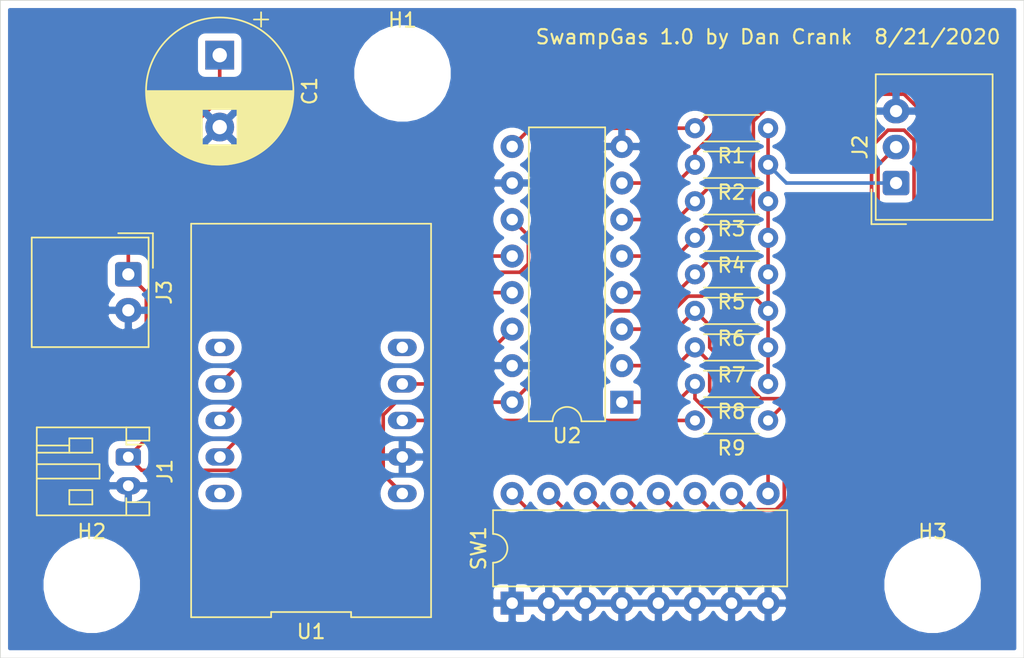
<source format=kicad_pcb>
(kicad_pcb (version 20171130) (host pcbnew "(5.1.6)-1")

  (general
    (thickness 1.6)
    (drawings 5)
    (tracks 120)
    (zones 0)
    (modules 19)
    (nets 20)
  )

  (page USLetter)
  (title_block
    (title "SwampGas Lighting Controller")
    (date 2020-08-21)
    (rev 1.0)
    (company "Dan Crank")
  )

  (layers
    (0 F.Cu signal)
    (31 B.Cu signal)
    (32 B.Adhes user)
    (33 F.Adhes user)
    (34 B.Paste user)
    (35 F.Paste user)
    (36 B.SilkS user)
    (37 F.SilkS user)
    (38 B.Mask user)
    (39 F.Mask user)
    (40 Dwgs.User user)
    (41 Cmts.User user)
    (42 Eco1.User user)
    (43 Eco2.User user)
    (44 Edge.Cuts user)
    (45 Margin user)
    (46 B.CrtYd user)
    (47 F.CrtYd user)
    (48 B.Fab user)
    (49 F.Fab user)
  )

  (setup
    (last_trace_width 0.25)
    (trace_clearance 0.2)
    (zone_clearance 0.508)
    (zone_45_only no)
    (trace_min 0.2)
    (via_size 0.8)
    (via_drill 0.4)
    (via_min_size 0.6858)
    (via_min_drill 0.3302)
    (uvia_size 0.3)
    (uvia_drill 0.1)
    (uvias_allowed no)
    (uvia_min_size 0.2)
    (uvia_min_drill 0.1)
    (edge_width 0.05)
    (segment_width 0.2)
    (pcb_text_width 0.3)
    (pcb_text_size 1.5 1.5)
    (mod_edge_width 0.12)
    (mod_text_size 1 1)
    (mod_text_width 0.15)
    (pad_size 1.524 1.524)
    (pad_drill 0.762)
    (pad_to_mask_clearance 0.0508)
    (aux_axis_origin 0 0)
    (visible_elements 7FFFFFFF)
    (pcbplotparams
      (layerselection 0x010fc_ffffffff)
      (usegerberextensions false)
      (usegerberattributes true)
      (usegerberadvancedattributes true)
      (creategerberjobfile true)
      (excludeedgelayer true)
      (linewidth 0.100000)
      (plotframeref false)
      (viasonmask false)
      (mode 1)
      (useauxorigin false)
      (hpglpennumber 1)
      (hpglpenspeed 20)
      (hpglpendiameter 15.000000)
      (psnegative false)
      (psa4output false)
      (plotreference true)
      (plotvalue true)
      (plotinvisibletext false)
      (padsonsilk false)
      (subtractmaskfromsilk false)
      (outputformat 1)
      (mirror false)
      (drillshape 1)
      (scaleselection 1)
      (outputdirectory ""))
  )

  (net 0 "")
  (net 1 GND)
  (net 2 VCC)
  (net 3 "Net-(J2-Pad2)")
  (net 4 "Net-(R1-Pad2)")
  (net 5 "Net-(R2-Pad2)")
  (net 6 "Net-(R3-Pad2)")
  (net 7 "Net-(R4-Pad2)")
  (net 8 "Net-(R5-Pad2)")
  (net 9 "Net-(R6-Pad2)")
  (net 10 "Net-(R7-Pad2)")
  (net 11 "Net-(R8-Pad2)")
  (net 12 "Net-(R9-Pad2)")
  (net 13 "Net-(U1-Pad5)")
  (net 14 "Net-(U1-Pad6)")
  (net 15 "Net-(U1-Pad4)")
  (net 16 "Net-(U1-Pad7)")
  (net 17 "Net-(U1-Pad8)")
  (net 18 "Net-(U1-Pad9)")
  (net 19 "Net-(U1-Pad10)")

  (net_class Default "This is the default net class."
    (clearance 0.2)
    (trace_width 0.25)
    (via_dia 0.8)
    (via_drill 0.4)
    (uvia_dia 0.3)
    (uvia_drill 0.1)
    (add_net GND)
    (add_net "Net-(J2-Pad2)")
    (add_net "Net-(R1-Pad2)")
    (add_net "Net-(R2-Pad2)")
    (add_net "Net-(R3-Pad2)")
    (add_net "Net-(R4-Pad2)")
    (add_net "Net-(R5-Pad2)")
    (add_net "Net-(R6-Pad2)")
    (add_net "Net-(R7-Pad2)")
    (add_net "Net-(R8-Pad2)")
    (add_net "Net-(R9-Pad2)")
    (add_net "Net-(U1-Pad10)")
    (add_net "Net-(U1-Pad4)")
    (add_net "Net-(U1-Pad5)")
    (add_net "Net-(U1-Pad6)")
    (add_net "Net-(U1-Pad7)")
    (add_net "Net-(U1-Pad8)")
    (add_net "Net-(U1-Pad9)")
    (add_net VCC)
  )

  (module MountingHole:MountingHole_2.7mm_M2.5 (layer F.Cu) (tedit 56D1B4CB) (tstamp 5F412D44)
    (at 165.1 116.84)
    (descr "Mounting Hole 2.7mm, no annular, M2.5")
    (tags "mounting hole 2.7mm no annular m2.5")
    (path /5F416F9C)
    (solder_mask_margin 1.75)
    (clearance 2)
    (attr virtual)
    (fp_text reference H3 (at 0 -3.7) (layer F.SilkS)
      (effects (font (size 1 1) (thickness 0.15)))
    )
    (fp_text value MountingHole (at 0 3.7) (layer F.Fab)
      (effects (font (size 1 1) (thickness 0.15)))
    )
    (fp_circle (center 0 0) (end 2.95 0) (layer F.CrtYd) (width 0.05))
    (fp_circle (center 0 0) (end 2.7 0) (layer Cmts.User) (width 0.15))
    (fp_text user %R (at 0.3 0) (layer F.Fab)
      (effects (font (size 1 1) (thickness 0.15)))
    )
    (pad 1 np_thru_hole circle (at 0 0) (size 2.7 2.7) (drill 2.7) (layers *.Cu *.Mask))
  )

  (module MountingHole:MountingHole_2.7mm_M2.5 (layer F.Cu) (tedit 56D1B4CB) (tstamp 5F412D3C)
    (at 106.68 116.84)
    (descr "Mounting Hole 2.7mm, no annular, M2.5")
    (tags "mounting hole 2.7mm no annular m2.5")
    (path /5F416CD4)
    (solder_mask_margin 1.75)
    (clearance 2)
    (attr virtual)
    (fp_text reference H2 (at 0 -3.7) (layer F.SilkS)
      (effects (font (size 1 1) (thickness 0.15)))
    )
    (fp_text value MountingHole (at 0 3.7) (layer F.Fab)
      (effects (font (size 1 1) (thickness 0.15)))
    )
    (fp_circle (center 0 0) (end 2.95 0) (layer F.CrtYd) (width 0.05))
    (fp_circle (center 0 0) (end 2.7 0) (layer Cmts.User) (width 0.15))
    (fp_text user %R (at 0.3 0) (layer F.Fab)
      (effects (font (size 1 1) (thickness 0.15)))
    )
    (pad 1 np_thru_hole circle (at 0 0) (size 2.7 2.7) (drill 2.7) (layers *.Cu *.Mask))
  )

  (module MountingHole:MountingHole_2.7mm_M2.5 (layer F.Cu) (tedit 56D1B4CB) (tstamp 5F412D34)
    (at 128.27 81.28)
    (descr "Mounting Hole 2.7mm, no annular, M2.5")
    (tags "mounting hole 2.7mm no annular m2.5")
    (path /5F415E49)
    (solder_mask_margin 1.75)
    (clearance 2)
    (attr virtual)
    (fp_text reference H1 (at 0 -3.7) (layer F.SilkS)
      (effects (font (size 1 1) (thickness 0.15)))
    )
    (fp_text value MountingHole (at 0 3.7) (layer F.Fab)
      (effects (font (size 1 1) (thickness 0.15)))
    )
    (fp_circle (center 0 0) (end 2.95 0) (layer F.CrtYd) (width 0.05))
    (fp_circle (center 0 0) (end 2.7 0) (layer Cmts.User) (width 0.15))
    (fp_text user %R (at 0.3 0) (layer F.Fab)
      (effects (font (size 1 1) (thickness 0.15)))
    )
    (pad 1 np_thru_hole circle (at 0 0) (size 2.7 2.7) (drill 2.7) (layers *.Cu *.Mask))
  )

  (module Connector_JST:JST_PH_S2B-PH-K_1x02_P2.00mm_Horizontal (layer F.Cu) (tedit 5B7745C6) (tstamp 5F40B7A4)
    (at 109.22 107.95 270)
    (descr "JST PH series connector, S2B-PH-K (http://www.jst-mfg.com/product/pdf/eng/ePH.pdf), generated with kicad-footprint-generator")
    (tags "connector JST PH top entry")
    (path /5F400C6F)
    (fp_text reference J1 (at 1 -2.55 90) (layer F.SilkS)
      (effects (font (size 1 1) (thickness 0.15)))
    )
    (fp_text value "LiPo 3.7V" (at 1 7.45 90) (layer F.Fab)
      (effects (font (size 1 1) (thickness 0.15)))
    )
    (fp_line (start -0.86 0.14) (end -1.14 0.14) (layer F.SilkS) (width 0.12))
    (fp_line (start -1.14 0.14) (end -1.14 -1.46) (layer F.SilkS) (width 0.12))
    (fp_line (start -1.14 -1.46) (end -2.06 -1.46) (layer F.SilkS) (width 0.12))
    (fp_line (start -2.06 -1.46) (end -2.06 6.36) (layer F.SilkS) (width 0.12))
    (fp_line (start -2.06 6.36) (end 4.06 6.36) (layer F.SilkS) (width 0.12))
    (fp_line (start 4.06 6.36) (end 4.06 -1.46) (layer F.SilkS) (width 0.12))
    (fp_line (start 4.06 -1.46) (end 3.14 -1.46) (layer F.SilkS) (width 0.12))
    (fp_line (start 3.14 -1.46) (end 3.14 0.14) (layer F.SilkS) (width 0.12))
    (fp_line (start 3.14 0.14) (end 2.86 0.14) (layer F.SilkS) (width 0.12))
    (fp_line (start 0.5 6.36) (end 0.5 2) (layer F.SilkS) (width 0.12))
    (fp_line (start 0.5 2) (end 1.5 2) (layer F.SilkS) (width 0.12))
    (fp_line (start 1.5 2) (end 1.5 6.36) (layer F.SilkS) (width 0.12))
    (fp_line (start -2.06 0.14) (end -1.14 0.14) (layer F.SilkS) (width 0.12))
    (fp_line (start 4.06 0.14) (end 3.14 0.14) (layer F.SilkS) (width 0.12))
    (fp_line (start -1.3 2.5) (end -1.3 4.1) (layer F.SilkS) (width 0.12))
    (fp_line (start -1.3 4.1) (end -0.3 4.1) (layer F.SilkS) (width 0.12))
    (fp_line (start -0.3 4.1) (end -0.3 2.5) (layer F.SilkS) (width 0.12))
    (fp_line (start -0.3 2.5) (end -1.3 2.5) (layer F.SilkS) (width 0.12))
    (fp_line (start 3.3 2.5) (end 3.3 4.1) (layer F.SilkS) (width 0.12))
    (fp_line (start 3.3 4.1) (end 2.3 4.1) (layer F.SilkS) (width 0.12))
    (fp_line (start 2.3 4.1) (end 2.3 2.5) (layer F.SilkS) (width 0.12))
    (fp_line (start 2.3 2.5) (end 3.3 2.5) (layer F.SilkS) (width 0.12))
    (fp_line (start -0.3 4.1) (end -0.3 6.36) (layer F.SilkS) (width 0.12))
    (fp_line (start -0.8 4.1) (end -0.8 6.36) (layer F.SilkS) (width 0.12))
    (fp_line (start -2.45 -1.85) (end -2.45 6.75) (layer F.CrtYd) (width 0.05))
    (fp_line (start -2.45 6.75) (end 4.45 6.75) (layer F.CrtYd) (width 0.05))
    (fp_line (start 4.45 6.75) (end 4.45 -1.85) (layer F.CrtYd) (width 0.05))
    (fp_line (start 4.45 -1.85) (end -2.45 -1.85) (layer F.CrtYd) (width 0.05))
    (fp_line (start -1.25 0.25) (end -1.25 -1.35) (layer F.Fab) (width 0.1))
    (fp_line (start -1.25 -1.35) (end -1.95 -1.35) (layer F.Fab) (width 0.1))
    (fp_line (start -1.95 -1.35) (end -1.95 6.25) (layer F.Fab) (width 0.1))
    (fp_line (start -1.95 6.25) (end 3.95 6.25) (layer F.Fab) (width 0.1))
    (fp_line (start 3.95 6.25) (end 3.95 -1.35) (layer F.Fab) (width 0.1))
    (fp_line (start 3.95 -1.35) (end 3.25 -1.35) (layer F.Fab) (width 0.1))
    (fp_line (start 3.25 -1.35) (end 3.25 0.25) (layer F.Fab) (width 0.1))
    (fp_line (start 3.25 0.25) (end -1.25 0.25) (layer F.Fab) (width 0.1))
    (fp_line (start -0.86 0.14) (end -0.86 -1.075) (layer F.SilkS) (width 0.12))
    (fp_line (start 0 0.875) (end -0.5 1.375) (layer F.Fab) (width 0.1))
    (fp_line (start -0.5 1.375) (end 0.5 1.375) (layer F.Fab) (width 0.1))
    (fp_line (start 0.5 1.375) (end 0 0.875) (layer F.Fab) (width 0.1))
    (fp_text user %R (at 1 2.5 90) (layer F.Fab)
      (effects (font (size 1 1) (thickness 0.15)))
    )
    (pad 2 thru_hole oval (at 2 0 270) (size 1.2 1.75) (drill 0.75) (layers *.Cu *.Mask)
      (net 1 GND))
    (pad 1 thru_hole roundrect (at 0 0 270) (size 1.2 1.75) (drill 0.75) (layers *.Cu *.Mask) (roundrect_rratio 0.208333)
      (net 2 VCC))
    (model ${KISYS3DMOD}/Connector_JST.3dshapes/JST_PH_S2B-PH-K_1x02_P2.00mm_Horizontal.wrl
      (at (xyz 0 0 0))
      (scale (xyz 1 1 1))
      (rotate (xyz 0 0 0))
    )
  )

  (module Resistor_THT:R_Axial_DIN0204_L3.6mm_D1.6mm_P5.08mm_Horizontal (layer F.Cu) (tedit 5AE5139B) (tstamp 5F40E4B7)
    (at 153.67 105.41 180)
    (descr "Resistor, Axial_DIN0204 series, Axial, Horizontal, pin pitch=5.08mm, 0.167W, length*diameter=3.6*1.6mm^2, http://cdn-reichelt.de/documents/datenblatt/B400/1_4W%23YAG.pdf")
    (tags "Resistor Axial_DIN0204 series Axial Horizontal pin pitch 5.08mm 0.167W length 3.6mm diameter 1.6mm")
    (path /5F54C9F7)
    (fp_text reference R9 (at 2.54 -1.92) (layer F.SilkS)
      (effects (font (size 1 1) (thickness 0.15)))
    )
    (fp_text value 470 (at 2.54 1.92) (layer F.Fab)
      (effects (font (size 1 1) (thickness 0.15)))
    )
    (fp_line (start 0.74 -0.8) (end 0.74 0.8) (layer F.Fab) (width 0.1))
    (fp_line (start 0.74 0.8) (end 4.34 0.8) (layer F.Fab) (width 0.1))
    (fp_line (start 4.34 0.8) (end 4.34 -0.8) (layer F.Fab) (width 0.1))
    (fp_line (start 4.34 -0.8) (end 0.74 -0.8) (layer F.Fab) (width 0.1))
    (fp_line (start 0 0) (end 0.74 0) (layer F.Fab) (width 0.1))
    (fp_line (start 5.08 0) (end 4.34 0) (layer F.Fab) (width 0.1))
    (fp_line (start 0.62 -0.92) (end 4.46 -0.92) (layer F.SilkS) (width 0.12))
    (fp_line (start 0.62 0.92) (end 4.46 0.92) (layer F.SilkS) (width 0.12))
    (fp_line (start -0.95 -1.05) (end -0.95 1.05) (layer F.CrtYd) (width 0.05))
    (fp_line (start -0.95 1.05) (end 6.03 1.05) (layer F.CrtYd) (width 0.05))
    (fp_line (start 6.03 1.05) (end 6.03 -1.05) (layer F.CrtYd) (width 0.05))
    (fp_line (start 6.03 -1.05) (end -0.95 -1.05) (layer F.CrtYd) (width 0.05))
    (fp_text user %R (at 2.54 0) (layer F.Fab)
      (effects (font (size 0.72 0.72) (thickness 0.108)))
    )
    (pad 2 thru_hole oval (at 5.08 0 180) (size 1.4 1.4) (drill 0.7) (layers *.Cu *.Mask)
      (net 12 "Net-(R9-Pad2)"))
    (pad 1 thru_hole circle (at 0 0 180) (size 1.4 1.4) (drill 0.7) (layers *.Cu *.Mask)
      (net 3 "Net-(J2-Pad2)"))
    (model ${KISYS3DMOD}/Resistor_THT.3dshapes/R_Axial_DIN0204_L3.6mm_D1.6mm_P5.08mm_Horizontal.wrl
      (at (xyz 0 0 0))
      (scale (xyz 1 1 1))
      (rotate (xyz 0 0 0))
    )
  )

  (module Resistor_THT:R_Axial_DIN0204_L3.6mm_D1.6mm_P5.08mm_Horizontal (layer F.Cu) (tedit 5AE5139B) (tstamp 5F40B88B)
    (at 153.67 102.87 180)
    (descr "Resistor, Axial_DIN0204 series, Axial, Horizontal, pin pitch=5.08mm, 0.167W, length*diameter=3.6*1.6mm^2, http://cdn-reichelt.de/documents/datenblatt/B400/1_4W%23YAG.pdf")
    (tags "Resistor Axial_DIN0204 series Axial Horizontal pin pitch 5.08mm 0.167W length 3.6mm diameter 1.6mm")
    (path /5F530068)
    (fp_text reference R8 (at 2.54 -1.92) (layer F.SilkS)
      (effects (font (size 1 1) (thickness 0.15)))
    )
    (fp_text value 10k (at 2.54 1.92) (layer F.Fab)
      (effects (font (size 1 1) (thickness 0.15)))
    )
    (fp_line (start 0.74 -0.8) (end 0.74 0.8) (layer F.Fab) (width 0.1))
    (fp_line (start 0.74 0.8) (end 4.34 0.8) (layer F.Fab) (width 0.1))
    (fp_line (start 4.34 0.8) (end 4.34 -0.8) (layer F.Fab) (width 0.1))
    (fp_line (start 4.34 -0.8) (end 0.74 -0.8) (layer F.Fab) (width 0.1))
    (fp_line (start 0 0) (end 0.74 0) (layer F.Fab) (width 0.1))
    (fp_line (start 5.08 0) (end 4.34 0) (layer F.Fab) (width 0.1))
    (fp_line (start 0.62 -0.92) (end 4.46 -0.92) (layer F.SilkS) (width 0.12))
    (fp_line (start 0.62 0.92) (end 4.46 0.92) (layer F.SilkS) (width 0.12))
    (fp_line (start -0.95 -1.05) (end -0.95 1.05) (layer F.CrtYd) (width 0.05))
    (fp_line (start -0.95 1.05) (end 6.03 1.05) (layer F.CrtYd) (width 0.05))
    (fp_line (start 6.03 1.05) (end 6.03 -1.05) (layer F.CrtYd) (width 0.05))
    (fp_line (start 6.03 -1.05) (end -0.95 -1.05) (layer F.CrtYd) (width 0.05))
    (fp_text user %R (at 2.54 0) (layer F.Fab)
      (effects (font (size 0.72 0.72) (thickness 0.108)))
    )
    (pad 2 thru_hole oval (at 5.08 0 180) (size 1.4 1.4) (drill 0.7) (layers *.Cu *.Mask)
      (net 11 "Net-(R8-Pad2)"))
    (pad 1 thru_hole circle (at 0 0 180) (size 1.4 1.4) (drill 0.7) (layers *.Cu *.Mask)
      (net 2 VCC))
    (model ${KISYS3DMOD}/Resistor_THT.3dshapes/R_Axial_DIN0204_L3.6mm_D1.6mm_P5.08mm_Horizontal.wrl
      (at (xyz 0 0 0))
      (scale (xyz 1 1 1))
      (rotate (xyz 0 0 0))
    )
  )

  (module Resistor_THT:R_Axial_DIN0204_L3.6mm_D1.6mm_P5.08mm_Horizontal (layer F.Cu) (tedit 5AE5139B) (tstamp 5F40B874)
    (at 153.67 100.33 180)
    (descr "Resistor, Axial_DIN0204 series, Axial, Horizontal, pin pitch=5.08mm, 0.167W, length*diameter=3.6*1.6mm^2, http://cdn-reichelt.de/documents/datenblatt/B400/1_4W%23YAG.pdf")
    (tags "Resistor Axial_DIN0204 series Axial Horizontal pin pitch 5.08mm 0.167W length 3.6mm diameter 1.6mm")
    (path /5F52FA0B)
    (fp_text reference R7 (at 2.54 -1.92) (layer F.SilkS)
      (effects (font (size 1 1) (thickness 0.15)))
    )
    (fp_text value 10k (at 2.54 1.92) (layer F.Fab)
      (effects (font (size 1 1) (thickness 0.15)))
    )
    (fp_line (start 0.74 -0.8) (end 0.74 0.8) (layer F.Fab) (width 0.1))
    (fp_line (start 0.74 0.8) (end 4.34 0.8) (layer F.Fab) (width 0.1))
    (fp_line (start 4.34 0.8) (end 4.34 -0.8) (layer F.Fab) (width 0.1))
    (fp_line (start 4.34 -0.8) (end 0.74 -0.8) (layer F.Fab) (width 0.1))
    (fp_line (start 0 0) (end 0.74 0) (layer F.Fab) (width 0.1))
    (fp_line (start 5.08 0) (end 4.34 0) (layer F.Fab) (width 0.1))
    (fp_line (start 0.62 -0.92) (end 4.46 -0.92) (layer F.SilkS) (width 0.12))
    (fp_line (start 0.62 0.92) (end 4.46 0.92) (layer F.SilkS) (width 0.12))
    (fp_line (start -0.95 -1.05) (end -0.95 1.05) (layer F.CrtYd) (width 0.05))
    (fp_line (start -0.95 1.05) (end 6.03 1.05) (layer F.CrtYd) (width 0.05))
    (fp_line (start 6.03 1.05) (end 6.03 -1.05) (layer F.CrtYd) (width 0.05))
    (fp_line (start 6.03 -1.05) (end -0.95 -1.05) (layer F.CrtYd) (width 0.05))
    (fp_text user %R (at 2.54 0) (layer F.Fab)
      (effects (font (size 0.72 0.72) (thickness 0.108)))
    )
    (pad 2 thru_hole oval (at 5.08 0 180) (size 1.4 1.4) (drill 0.7) (layers *.Cu *.Mask)
      (net 10 "Net-(R7-Pad2)"))
    (pad 1 thru_hole circle (at 0 0 180) (size 1.4 1.4) (drill 0.7) (layers *.Cu *.Mask)
      (net 2 VCC))
    (model ${KISYS3DMOD}/Resistor_THT.3dshapes/R_Axial_DIN0204_L3.6mm_D1.6mm_P5.08mm_Horizontal.wrl
      (at (xyz 0 0 0))
      (scale (xyz 1 1 1))
      (rotate (xyz 0 0 0))
    )
  )

  (module Resistor_THT:R_Axial_DIN0204_L3.6mm_D1.6mm_P5.08mm_Horizontal (layer F.Cu) (tedit 5AE5139B) (tstamp 5F40C3EC)
    (at 153.67 97.79 180)
    (descr "Resistor, Axial_DIN0204 series, Axial, Horizontal, pin pitch=5.08mm, 0.167W, length*diameter=3.6*1.6mm^2, http://cdn-reichelt.de/documents/datenblatt/B400/1_4W%23YAG.pdf")
    (tags "Resistor Axial_DIN0204 series Axial Horizontal pin pitch 5.08mm 0.167W length 3.6mm diameter 1.6mm")
    (path /5F52F4FE)
    (fp_text reference R6 (at 2.54 -1.92) (layer F.SilkS)
      (effects (font (size 1 1) (thickness 0.15)))
    )
    (fp_text value 10k (at 2.54 1.92) (layer F.Fab)
      (effects (font (size 1 1) (thickness 0.15)))
    )
    (fp_line (start 0.74 -0.8) (end 0.74 0.8) (layer F.Fab) (width 0.1))
    (fp_line (start 0.74 0.8) (end 4.34 0.8) (layer F.Fab) (width 0.1))
    (fp_line (start 4.34 0.8) (end 4.34 -0.8) (layer F.Fab) (width 0.1))
    (fp_line (start 4.34 -0.8) (end 0.74 -0.8) (layer F.Fab) (width 0.1))
    (fp_line (start 0 0) (end 0.74 0) (layer F.Fab) (width 0.1))
    (fp_line (start 5.08 0) (end 4.34 0) (layer F.Fab) (width 0.1))
    (fp_line (start 0.62 -0.92) (end 4.46 -0.92) (layer F.SilkS) (width 0.12))
    (fp_line (start 0.62 0.92) (end 4.46 0.92) (layer F.SilkS) (width 0.12))
    (fp_line (start -0.95 -1.05) (end -0.95 1.05) (layer F.CrtYd) (width 0.05))
    (fp_line (start -0.95 1.05) (end 6.03 1.05) (layer F.CrtYd) (width 0.05))
    (fp_line (start 6.03 1.05) (end 6.03 -1.05) (layer F.CrtYd) (width 0.05))
    (fp_line (start 6.03 -1.05) (end -0.95 -1.05) (layer F.CrtYd) (width 0.05))
    (fp_text user %R (at 2.54 0) (layer F.Fab)
      (effects (font (size 0.72 0.72) (thickness 0.108)))
    )
    (pad 2 thru_hole oval (at 5.08 0 180) (size 1.4 1.4) (drill 0.7) (layers *.Cu *.Mask)
      (net 9 "Net-(R6-Pad2)"))
    (pad 1 thru_hole circle (at 0 0 180) (size 1.4 1.4) (drill 0.7) (layers *.Cu *.Mask)
      (net 2 VCC))
    (model ${KISYS3DMOD}/Resistor_THT.3dshapes/R_Axial_DIN0204_L3.6mm_D1.6mm_P5.08mm_Horizontal.wrl
      (at (xyz 0 0 0))
      (scale (xyz 1 1 1))
      (rotate (xyz 0 0 0))
    )
  )

  (module Resistor_THT:R_Axial_DIN0204_L3.6mm_D1.6mm_P5.08mm_Horizontal (layer F.Cu) (tedit 5AE5139B) (tstamp 5F40C30E)
    (at 153.67 95.25 180)
    (descr "Resistor, Axial_DIN0204 series, Axial, Horizontal, pin pitch=5.08mm, 0.167W, length*diameter=3.6*1.6mm^2, http://cdn-reichelt.de/documents/datenblatt/B400/1_4W%23YAG.pdf")
    (tags "Resistor Axial_DIN0204 series Axial Horizontal pin pitch 5.08mm 0.167W length 3.6mm diameter 1.6mm")
    (path /5F52EFAF)
    (fp_text reference R5 (at 2.54 -1.92) (layer F.SilkS)
      (effects (font (size 1 1) (thickness 0.15)))
    )
    (fp_text value 10k (at 2.54 1.92) (layer F.Fab)
      (effects (font (size 1 1) (thickness 0.15)))
    )
    (fp_line (start 0.74 -0.8) (end 0.74 0.8) (layer F.Fab) (width 0.1))
    (fp_line (start 0.74 0.8) (end 4.34 0.8) (layer F.Fab) (width 0.1))
    (fp_line (start 4.34 0.8) (end 4.34 -0.8) (layer F.Fab) (width 0.1))
    (fp_line (start 4.34 -0.8) (end 0.74 -0.8) (layer F.Fab) (width 0.1))
    (fp_line (start 0 0) (end 0.74 0) (layer F.Fab) (width 0.1))
    (fp_line (start 5.08 0) (end 4.34 0) (layer F.Fab) (width 0.1))
    (fp_line (start 0.62 -0.92) (end 4.46 -0.92) (layer F.SilkS) (width 0.12))
    (fp_line (start 0.62 0.92) (end 4.46 0.92) (layer F.SilkS) (width 0.12))
    (fp_line (start -0.95 -1.05) (end -0.95 1.05) (layer F.CrtYd) (width 0.05))
    (fp_line (start -0.95 1.05) (end 6.03 1.05) (layer F.CrtYd) (width 0.05))
    (fp_line (start 6.03 1.05) (end 6.03 -1.05) (layer F.CrtYd) (width 0.05))
    (fp_line (start 6.03 -1.05) (end -0.95 -1.05) (layer F.CrtYd) (width 0.05))
    (fp_text user %R (at 2.54 0) (layer F.Fab)
      (effects (font (size 0.72 0.72) (thickness 0.108)))
    )
    (pad 2 thru_hole oval (at 5.08 0 180) (size 1.4 1.4) (drill 0.7) (layers *.Cu *.Mask)
      (net 8 "Net-(R5-Pad2)"))
    (pad 1 thru_hole circle (at 0 0 180) (size 1.4 1.4) (drill 0.7) (layers *.Cu *.Mask)
      (net 2 VCC))
    (model ${KISYS3DMOD}/Resistor_THT.3dshapes/R_Axial_DIN0204_L3.6mm_D1.6mm_P5.08mm_Horizontal.wrl
      (at (xyz 0 0 0))
      (scale (xyz 1 1 1))
      (rotate (xyz 0 0 0))
    )
  )

  (module Resistor_THT:R_Axial_DIN0204_L3.6mm_D1.6mm_P5.08mm_Horizontal (layer F.Cu) (tedit 5AE5139B) (tstamp 5F40B82F)
    (at 153.67 92.71 180)
    (descr "Resistor, Axial_DIN0204 series, Axial, Horizontal, pin pitch=5.08mm, 0.167W, length*diameter=3.6*1.6mm^2, http://cdn-reichelt.de/documents/datenblatt/B400/1_4W%23YAG.pdf")
    (tags "Resistor Axial_DIN0204 series Axial Horizontal pin pitch 5.08mm 0.167W length 3.6mm diameter 1.6mm")
    (path /5F52EA6F)
    (fp_text reference R4 (at 2.54 -1.92) (layer F.SilkS)
      (effects (font (size 1 1) (thickness 0.15)))
    )
    (fp_text value 10k (at 2.54 1.92) (layer F.Fab)
      (effects (font (size 1 1) (thickness 0.15)))
    )
    (fp_line (start 0.74 -0.8) (end 0.74 0.8) (layer F.Fab) (width 0.1))
    (fp_line (start 0.74 0.8) (end 4.34 0.8) (layer F.Fab) (width 0.1))
    (fp_line (start 4.34 0.8) (end 4.34 -0.8) (layer F.Fab) (width 0.1))
    (fp_line (start 4.34 -0.8) (end 0.74 -0.8) (layer F.Fab) (width 0.1))
    (fp_line (start 0 0) (end 0.74 0) (layer F.Fab) (width 0.1))
    (fp_line (start 5.08 0) (end 4.34 0) (layer F.Fab) (width 0.1))
    (fp_line (start 0.62 -0.92) (end 4.46 -0.92) (layer F.SilkS) (width 0.12))
    (fp_line (start 0.62 0.92) (end 4.46 0.92) (layer F.SilkS) (width 0.12))
    (fp_line (start -0.95 -1.05) (end -0.95 1.05) (layer F.CrtYd) (width 0.05))
    (fp_line (start -0.95 1.05) (end 6.03 1.05) (layer F.CrtYd) (width 0.05))
    (fp_line (start 6.03 1.05) (end 6.03 -1.05) (layer F.CrtYd) (width 0.05))
    (fp_line (start 6.03 -1.05) (end -0.95 -1.05) (layer F.CrtYd) (width 0.05))
    (fp_text user %R (at 2.54 0) (layer F.Fab)
      (effects (font (size 0.72 0.72) (thickness 0.108)))
    )
    (pad 2 thru_hole oval (at 5.08 0 180) (size 1.4 1.4) (drill 0.7) (layers *.Cu *.Mask)
      (net 7 "Net-(R4-Pad2)"))
    (pad 1 thru_hole circle (at 0 0 180) (size 1.4 1.4) (drill 0.7) (layers *.Cu *.Mask)
      (net 2 VCC))
    (model ${KISYS3DMOD}/Resistor_THT.3dshapes/R_Axial_DIN0204_L3.6mm_D1.6mm_P5.08mm_Horizontal.wrl
      (at (xyz 0 0 0))
      (scale (xyz 1 1 1))
      (rotate (xyz 0 0 0))
    )
  )

  (module Resistor_THT:R_Axial_DIN0204_L3.6mm_D1.6mm_P5.08mm_Horizontal (layer F.Cu) (tedit 5AE5139B) (tstamp 5F40B818)
    (at 153.67 90.17 180)
    (descr "Resistor, Axial_DIN0204 series, Axial, Horizontal, pin pitch=5.08mm, 0.167W, length*diameter=3.6*1.6mm^2, http://cdn-reichelt.de/documents/datenblatt/B400/1_4W%23YAG.pdf")
    (tags "Resistor Axial_DIN0204 series Axial Horizontal pin pitch 5.08mm 0.167W length 3.6mm diameter 1.6mm")
    (path /5F52E439)
    (fp_text reference R3 (at 2.54 -1.92) (layer F.SilkS)
      (effects (font (size 1 1) (thickness 0.15)))
    )
    (fp_text value 10k (at 2.54 1.92) (layer F.Fab)
      (effects (font (size 1 1) (thickness 0.15)))
    )
    (fp_line (start 0.74 -0.8) (end 0.74 0.8) (layer F.Fab) (width 0.1))
    (fp_line (start 0.74 0.8) (end 4.34 0.8) (layer F.Fab) (width 0.1))
    (fp_line (start 4.34 0.8) (end 4.34 -0.8) (layer F.Fab) (width 0.1))
    (fp_line (start 4.34 -0.8) (end 0.74 -0.8) (layer F.Fab) (width 0.1))
    (fp_line (start 0 0) (end 0.74 0) (layer F.Fab) (width 0.1))
    (fp_line (start 5.08 0) (end 4.34 0) (layer F.Fab) (width 0.1))
    (fp_line (start 0.62 -0.92) (end 4.46 -0.92) (layer F.SilkS) (width 0.12))
    (fp_line (start 0.62 0.92) (end 4.46 0.92) (layer F.SilkS) (width 0.12))
    (fp_line (start -0.95 -1.05) (end -0.95 1.05) (layer F.CrtYd) (width 0.05))
    (fp_line (start -0.95 1.05) (end 6.03 1.05) (layer F.CrtYd) (width 0.05))
    (fp_line (start 6.03 1.05) (end 6.03 -1.05) (layer F.CrtYd) (width 0.05))
    (fp_line (start 6.03 -1.05) (end -0.95 -1.05) (layer F.CrtYd) (width 0.05))
    (fp_text user %R (at 2.54 0) (layer F.Fab)
      (effects (font (size 0.72 0.72) (thickness 0.108)))
    )
    (pad 2 thru_hole oval (at 5.08 0 180) (size 1.4 1.4) (drill 0.7) (layers *.Cu *.Mask)
      (net 6 "Net-(R3-Pad2)"))
    (pad 1 thru_hole circle (at 0 0 180) (size 1.4 1.4) (drill 0.7) (layers *.Cu *.Mask)
      (net 2 VCC))
    (model ${KISYS3DMOD}/Resistor_THT.3dshapes/R_Axial_DIN0204_L3.6mm_D1.6mm_P5.08mm_Horizontal.wrl
      (at (xyz 0 0 0))
      (scale (xyz 1 1 1))
      (rotate (xyz 0 0 0))
    )
  )

  (module Resistor_THT:R_Axial_DIN0204_L3.6mm_D1.6mm_P5.08mm_Horizontal (layer F.Cu) (tedit 5AE5139B) (tstamp 5F40B801)
    (at 153.67 87.63 180)
    (descr "Resistor, Axial_DIN0204 series, Axial, Horizontal, pin pitch=5.08mm, 0.167W, length*diameter=3.6*1.6mm^2, http://cdn-reichelt.de/documents/datenblatt/B400/1_4W%23YAG.pdf")
    (tags "Resistor Axial_DIN0204 series Axial Horizontal pin pitch 5.08mm 0.167W length 3.6mm diameter 1.6mm")
    (path /5F52D7AC)
    (fp_text reference R2 (at 2.54 -1.92) (layer F.SilkS)
      (effects (font (size 1 1) (thickness 0.15)))
    )
    (fp_text value 10k (at 2.54 1.92) (layer F.Fab)
      (effects (font (size 1 1) (thickness 0.15)))
    )
    (fp_line (start 0.74 -0.8) (end 0.74 0.8) (layer F.Fab) (width 0.1))
    (fp_line (start 0.74 0.8) (end 4.34 0.8) (layer F.Fab) (width 0.1))
    (fp_line (start 4.34 0.8) (end 4.34 -0.8) (layer F.Fab) (width 0.1))
    (fp_line (start 4.34 -0.8) (end 0.74 -0.8) (layer F.Fab) (width 0.1))
    (fp_line (start 0 0) (end 0.74 0) (layer F.Fab) (width 0.1))
    (fp_line (start 5.08 0) (end 4.34 0) (layer F.Fab) (width 0.1))
    (fp_line (start 0.62 -0.92) (end 4.46 -0.92) (layer F.SilkS) (width 0.12))
    (fp_line (start 0.62 0.92) (end 4.46 0.92) (layer F.SilkS) (width 0.12))
    (fp_line (start -0.95 -1.05) (end -0.95 1.05) (layer F.CrtYd) (width 0.05))
    (fp_line (start -0.95 1.05) (end 6.03 1.05) (layer F.CrtYd) (width 0.05))
    (fp_line (start 6.03 1.05) (end 6.03 -1.05) (layer F.CrtYd) (width 0.05))
    (fp_line (start 6.03 -1.05) (end -0.95 -1.05) (layer F.CrtYd) (width 0.05))
    (fp_text user %R (at 2.54 0) (layer F.Fab)
      (effects (font (size 0.72 0.72) (thickness 0.108)))
    )
    (pad 2 thru_hole oval (at 5.08 0 180) (size 1.4 1.4) (drill 0.7) (layers *.Cu *.Mask)
      (net 5 "Net-(R2-Pad2)"))
    (pad 1 thru_hole circle (at 0 0 180) (size 1.4 1.4) (drill 0.7) (layers *.Cu *.Mask)
      (net 2 VCC))
    (model ${KISYS3DMOD}/Resistor_THT.3dshapes/R_Axial_DIN0204_L3.6mm_D1.6mm_P5.08mm_Horizontal.wrl
      (at (xyz 0 0 0))
      (scale (xyz 1 1 1))
      (rotate (xyz 0 0 0))
    )
  )

  (module Resistor_THT:R_Axial_DIN0204_L3.6mm_D1.6mm_P5.08mm_Horizontal (layer F.Cu) (tedit 5AE5139B) (tstamp 5F40C0E3)
    (at 153.67 85.09 180)
    (descr "Resistor, Axial_DIN0204 series, Axial, Horizontal, pin pitch=5.08mm, 0.167W, length*diameter=3.6*1.6mm^2, http://cdn-reichelt.de/documents/datenblatt/B400/1_4W%23YAG.pdf")
    (tags "Resistor Axial_DIN0204 series Axial Horizontal pin pitch 5.08mm 0.167W length 3.6mm diameter 1.6mm")
    (path /5F522511)
    (fp_text reference R1 (at 2.54 -1.92) (layer F.SilkS)
      (effects (font (size 1 1) (thickness 0.15)))
    )
    (fp_text value 10k (at 2.54 1.92) (layer F.Fab)
      (effects (font (size 1 1) (thickness 0.15)))
    )
    (fp_line (start 0.74 -0.8) (end 0.74 0.8) (layer F.Fab) (width 0.1))
    (fp_line (start 0.74 0.8) (end 4.34 0.8) (layer F.Fab) (width 0.1))
    (fp_line (start 4.34 0.8) (end 4.34 -0.8) (layer F.Fab) (width 0.1))
    (fp_line (start 4.34 -0.8) (end 0.74 -0.8) (layer F.Fab) (width 0.1))
    (fp_line (start 0 0) (end 0.74 0) (layer F.Fab) (width 0.1))
    (fp_line (start 5.08 0) (end 4.34 0) (layer F.Fab) (width 0.1))
    (fp_line (start 0.62 -0.92) (end 4.46 -0.92) (layer F.SilkS) (width 0.12))
    (fp_line (start 0.62 0.92) (end 4.46 0.92) (layer F.SilkS) (width 0.12))
    (fp_line (start -0.95 -1.05) (end -0.95 1.05) (layer F.CrtYd) (width 0.05))
    (fp_line (start -0.95 1.05) (end 6.03 1.05) (layer F.CrtYd) (width 0.05))
    (fp_line (start 6.03 1.05) (end 6.03 -1.05) (layer F.CrtYd) (width 0.05))
    (fp_line (start 6.03 -1.05) (end -0.95 -1.05) (layer F.CrtYd) (width 0.05))
    (fp_text user %R (at 2.54 0) (layer F.Fab)
      (effects (font (size 0.72 0.72) (thickness 0.108)))
    )
    (pad 2 thru_hole oval (at 5.08 0 180) (size 1.4 1.4) (drill 0.7) (layers *.Cu *.Mask)
      (net 4 "Net-(R1-Pad2)"))
    (pad 1 thru_hole circle (at 0 0 180) (size 1.4 1.4) (drill 0.7) (layers *.Cu *.Mask)
      (net 2 VCC))
    (model ${KISYS3DMOD}/Resistor_THT.3dshapes/R_Axial_DIN0204_L3.6mm_D1.6mm_P5.08mm_Horizontal.wrl
      (at (xyz 0 0 0))
      (scale (xyz 1 1 1))
      (rotate (xyz 0 0 0))
    )
  )

  (module Connector_Molex:Molex_SPOX_5268-02A_1x02_P2.50mm_Horizontal (layer F.Cu) (tedit 5D91FF17) (tstamp 5F40B7D3)
    (at 109.22 95.25 270)
    (descr "Molex SPOX Connector System, 5268-02A, 2 Pins per row (https://www.molex.com/pdm_docs/sd/022057045_sd.pdf), generated with kicad-footprint-generator")
    (tags "connector Molex SPOX horizontal")
    (path /5F4974CF)
    (fp_text reference J3 (at 1.25 -2.5 90) (layer F.SilkS)
      (effects (font (size 1 1) (thickness 0.15)))
    )
    (fp_text value Dome (at 1.25 7.8 90) (layer F.Fab)
      (effects (font (size 1 1) (thickness 0.15)))
    )
    (fp_line (start -2.45 -1.3) (end -2.45 6.6) (layer F.Fab) (width 0.1))
    (fp_line (start -2.45 6.6) (end 4.95 6.6) (layer F.Fab) (width 0.1))
    (fp_line (start 4.95 6.6) (end 4.95 -1.3) (layer F.Fab) (width 0.1))
    (fp_line (start 4.95 -1.3) (end -2.45 -1.3) (layer F.Fab) (width 0.1))
    (fp_line (start -2.56 -1.41) (end -2.56 6.71) (layer F.SilkS) (width 0.12))
    (fp_line (start -2.56 6.71) (end 5.06 6.71) (layer F.SilkS) (width 0.12))
    (fp_line (start 5.06 6.71) (end 5.06 -1.41) (layer F.SilkS) (width 0.12))
    (fp_line (start 5.06 -1.41) (end -2.56 -1.41) (layer F.SilkS) (width 0.12))
    (fp_line (start -2.86 0.7) (end -2.86 -1.71) (layer F.SilkS) (width 0.12))
    (fp_line (start -2.86 -1.71) (end -0.45 -1.71) (layer F.SilkS) (width 0.12))
    (fp_line (start -2.45 0.5) (end -1.742893 0) (layer F.Fab) (width 0.1))
    (fp_line (start -1.742893 0) (end -2.45 -0.5) (layer F.Fab) (width 0.1))
    (fp_line (start -2.95 -1.8) (end -2.95 7.1) (layer F.CrtYd) (width 0.05))
    (fp_line (start -2.95 7.1) (end 5.45 7.1) (layer F.CrtYd) (width 0.05))
    (fp_line (start 5.45 7.1) (end 5.45 -1.8) (layer F.CrtYd) (width 0.05))
    (fp_line (start 5.45 -1.8) (end -2.95 -1.8) (layer F.CrtYd) (width 0.05))
    (fp_text user %R (at 1.25 5.9 90) (layer F.Fab)
      (effects (font (size 1 1) (thickness 0.15)))
    )
    (pad 2 thru_hole oval (at 2.5 0 270) (size 1.7 1.85) (drill 0.85) (layers *.Cu *.Mask)
      (net 1 GND))
    (pad 1 thru_hole roundrect (at 0 0 270) (size 1.7 1.85) (drill 0.85) (layers *.Cu *.Mask) (roundrect_rratio 0.147059)
      (net 2 VCC))
    (model ${KISYS3DMOD}/Connector_Molex.3dshapes/Molex_SPOX_5268-02A_1x02_P2.50mm_Horizontal.wrl
      (at (xyz 0 0 0))
      (scale (xyz 1 1 1))
      (rotate (xyz 0 0 0))
    )
  )

  (module Package_DIP:DIP-16_W7.62mm (layer F.Cu) (tedit 5A02E8C5) (tstamp 5F40B904)
    (at 143.51 104.14 180)
    (descr "16-lead though-hole mounted DIP package, row spacing 7.62 mm (300 mils)")
    (tags "THT DIP DIL PDIP 2.54mm 7.62mm 300mil")
    (path /5F3BF4D3)
    (fp_text reference U2 (at 3.81 -2.33) (layer F.SilkS)
      (effects (font (size 1 1) (thickness 0.15)))
    )
    (fp_text value CD4512BE (at 3.81 20.11) (layer F.Fab)
      (effects (font (size 1 1) (thickness 0.15)))
    )
    (fp_line (start 1.635 -1.27) (end 6.985 -1.27) (layer F.Fab) (width 0.1))
    (fp_line (start 6.985 -1.27) (end 6.985 19.05) (layer F.Fab) (width 0.1))
    (fp_line (start 6.985 19.05) (end 0.635 19.05) (layer F.Fab) (width 0.1))
    (fp_line (start 0.635 19.05) (end 0.635 -0.27) (layer F.Fab) (width 0.1))
    (fp_line (start 0.635 -0.27) (end 1.635 -1.27) (layer F.Fab) (width 0.1))
    (fp_line (start 2.81 -1.33) (end 1.16 -1.33) (layer F.SilkS) (width 0.12))
    (fp_line (start 1.16 -1.33) (end 1.16 19.11) (layer F.SilkS) (width 0.12))
    (fp_line (start 1.16 19.11) (end 6.46 19.11) (layer F.SilkS) (width 0.12))
    (fp_line (start 6.46 19.11) (end 6.46 -1.33) (layer F.SilkS) (width 0.12))
    (fp_line (start 6.46 -1.33) (end 4.81 -1.33) (layer F.SilkS) (width 0.12))
    (fp_line (start -1.1 -1.55) (end -1.1 19.3) (layer F.CrtYd) (width 0.05))
    (fp_line (start -1.1 19.3) (end 8.7 19.3) (layer F.CrtYd) (width 0.05))
    (fp_line (start 8.7 19.3) (end 8.7 -1.55) (layer F.CrtYd) (width 0.05))
    (fp_line (start 8.7 -1.55) (end -1.1 -1.55) (layer F.CrtYd) (width 0.05))
    (fp_text user %R (at 3.81 8.89) (layer F.Fab)
      (effects (font (size 1 1) (thickness 0.15)))
    )
    (fp_arc (start 3.81 -1.33) (end 2.81 -1.33) (angle -180) (layer F.SilkS) (width 0.12))
    (pad 16 thru_hole oval (at 7.62 0 180) (size 1.6 1.6) (drill 0.8) (layers *.Cu *.Mask)
      (net 2 VCC))
    (pad 8 thru_hole oval (at 0 17.78 180) (size 1.6 1.6) (drill 0.8) (layers *.Cu *.Mask)
      (net 1 GND))
    (pad 15 thru_hole oval (at 7.62 2.54 180) (size 1.6 1.6) (drill 0.8) (layers *.Cu *.Mask)
      (net 1 GND))
    (pad 7 thru_hole oval (at 0 15.24 180) (size 1.6 1.6) (drill 0.8) (layers *.Cu *.Mask)
      (net 5 "Net-(R2-Pad2)"))
    (pad 14 thru_hole oval (at 7.62 5.08 180) (size 1.6 1.6) (drill 0.8) (layers *.Cu *.Mask)
      (net 15 "Net-(U1-Pad4)"))
    (pad 6 thru_hole oval (at 0 12.7 180) (size 1.6 1.6) (drill 0.8) (layers *.Cu *.Mask)
      (net 6 "Net-(R3-Pad2)"))
    (pad 13 thru_hole oval (at 7.62 7.62 180) (size 1.6 1.6) (drill 0.8) (layers *.Cu *.Mask)
      (net 18 "Net-(U1-Pad9)"))
    (pad 5 thru_hole oval (at 0 10.16 180) (size 1.6 1.6) (drill 0.8) (layers *.Cu *.Mask)
      (net 7 "Net-(R4-Pad2)"))
    (pad 12 thru_hole oval (at 7.62 10.16 180) (size 1.6 1.6) (drill 0.8) (layers *.Cu *.Mask)
      (net 16 "Net-(U1-Pad7)"))
    (pad 4 thru_hole oval (at 0 7.62 180) (size 1.6 1.6) (drill 0.8) (layers *.Cu *.Mask)
      (net 8 "Net-(R5-Pad2)"))
    (pad 11 thru_hole oval (at 7.62 12.7 180) (size 1.6 1.6) (drill 0.8) (layers *.Cu *.Mask)
      (net 17 "Net-(U1-Pad8)"))
    (pad 3 thru_hole oval (at 0 5.08 180) (size 1.6 1.6) (drill 0.8) (layers *.Cu *.Mask)
      (net 9 "Net-(R6-Pad2)"))
    (pad 10 thru_hole oval (at 7.62 15.24 180) (size 1.6 1.6) (drill 0.8) (layers *.Cu *.Mask)
      (net 1 GND))
    (pad 2 thru_hole oval (at 0 2.54 180) (size 1.6 1.6) (drill 0.8) (layers *.Cu *.Mask)
      (net 10 "Net-(R7-Pad2)"))
    (pad 9 thru_hole oval (at 7.62 17.78 180) (size 1.6 1.6) (drill 0.8) (layers *.Cu *.Mask)
      (net 4 "Net-(R1-Pad2)"))
    (pad 1 thru_hole rect (at 0 0 180) (size 1.6 1.6) (drill 0.8) (layers *.Cu *.Mask)
      (net 11 "Net-(R8-Pad2)"))
    (model ${KISYS3DMOD}/Package_DIP.3dshapes/DIP-16_W7.62mm.wrl
      (at (xyz 0 0 0))
      (scale (xyz 1 1 1))
      (rotate (xyz 0 0 0))
    )
  )

  (module Package_DIP:DIP-16_W7.62mm (layer F.Cu) (tedit 5A02E8C5) (tstamp 5F40B8C6)
    (at 135.89 118.11 90)
    (descr "16-lead though-hole mounted DIP package, row spacing 7.62 mm (300 mils)")
    (tags "THT DIP DIL PDIP 2.54mm 7.62mm 300mil")
    (path /5F3FC17B)
    (fp_text reference SW1 (at 3.81 -2.33 90) (layer F.SilkS)
      (effects (font (size 1 1) (thickness 0.15)))
    )
    (fp_text value SW_DIP_x08 (at 3.81 20.11 90) (layer F.Fab)
      (effects (font (size 1 1) (thickness 0.15)))
    )
    (fp_line (start 1.635 -1.27) (end 6.985 -1.27) (layer F.Fab) (width 0.1))
    (fp_line (start 6.985 -1.27) (end 6.985 19.05) (layer F.Fab) (width 0.1))
    (fp_line (start 6.985 19.05) (end 0.635 19.05) (layer F.Fab) (width 0.1))
    (fp_line (start 0.635 19.05) (end 0.635 -0.27) (layer F.Fab) (width 0.1))
    (fp_line (start 0.635 -0.27) (end 1.635 -1.27) (layer F.Fab) (width 0.1))
    (fp_line (start 2.81 -1.33) (end 1.16 -1.33) (layer F.SilkS) (width 0.12))
    (fp_line (start 1.16 -1.33) (end 1.16 19.11) (layer F.SilkS) (width 0.12))
    (fp_line (start 1.16 19.11) (end 6.46 19.11) (layer F.SilkS) (width 0.12))
    (fp_line (start 6.46 19.11) (end 6.46 -1.33) (layer F.SilkS) (width 0.12))
    (fp_line (start 6.46 -1.33) (end 4.81 -1.33) (layer F.SilkS) (width 0.12))
    (fp_line (start -1.1 -1.55) (end -1.1 19.3) (layer F.CrtYd) (width 0.05))
    (fp_line (start -1.1 19.3) (end 8.7 19.3) (layer F.CrtYd) (width 0.05))
    (fp_line (start 8.7 19.3) (end 8.7 -1.55) (layer F.CrtYd) (width 0.05))
    (fp_line (start 8.7 -1.55) (end -1.1 -1.55) (layer F.CrtYd) (width 0.05))
    (fp_text user %R (at 3.81 8.89 90) (layer F.Fab)
      (effects (font (size 1 1) (thickness 0.15)))
    )
    (fp_arc (start 3.81 -1.33) (end 2.81 -1.33) (angle -180) (layer F.SilkS) (width 0.12))
    (pad 16 thru_hole oval (at 7.62 0 90) (size 1.6 1.6) (drill 0.8) (layers *.Cu *.Mask)
      (net 4 "Net-(R1-Pad2)"))
    (pad 8 thru_hole oval (at 0 17.78 90) (size 1.6 1.6) (drill 0.8) (layers *.Cu *.Mask)
      (net 1 GND))
    (pad 15 thru_hole oval (at 7.62 2.54 90) (size 1.6 1.6) (drill 0.8) (layers *.Cu *.Mask)
      (net 5 "Net-(R2-Pad2)"))
    (pad 7 thru_hole oval (at 0 15.24 90) (size 1.6 1.6) (drill 0.8) (layers *.Cu *.Mask)
      (net 1 GND))
    (pad 14 thru_hole oval (at 7.62 5.08 90) (size 1.6 1.6) (drill 0.8) (layers *.Cu *.Mask)
      (net 6 "Net-(R3-Pad2)"))
    (pad 6 thru_hole oval (at 0 12.7 90) (size 1.6 1.6) (drill 0.8) (layers *.Cu *.Mask)
      (net 1 GND))
    (pad 13 thru_hole oval (at 7.62 7.62 90) (size 1.6 1.6) (drill 0.8) (layers *.Cu *.Mask)
      (net 7 "Net-(R4-Pad2)"))
    (pad 5 thru_hole oval (at 0 10.16 90) (size 1.6 1.6) (drill 0.8) (layers *.Cu *.Mask)
      (net 1 GND))
    (pad 12 thru_hole oval (at 7.62 10.16 90) (size 1.6 1.6) (drill 0.8) (layers *.Cu *.Mask)
      (net 8 "Net-(R5-Pad2)"))
    (pad 4 thru_hole oval (at 0 7.62 90) (size 1.6 1.6) (drill 0.8) (layers *.Cu *.Mask)
      (net 1 GND))
    (pad 11 thru_hole oval (at 7.62 12.7 90) (size 1.6 1.6) (drill 0.8) (layers *.Cu *.Mask)
      (net 9 "Net-(R6-Pad2)"))
    (pad 3 thru_hole oval (at 0 5.08 90) (size 1.6 1.6) (drill 0.8) (layers *.Cu *.Mask)
      (net 1 GND))
    (pad 10 thru_hole oval (at 7.62 15.24 90) (size 1.6 1.6) (drill 0.8) (layers *.Cu *.Mask)
      (net 10 "Net-(R7-Pad2)"))
    (pad 2 thru_hole oval (at 0 2.54 90) (size 1.6 1.6) (drill 0.8) (layers *.Cu *.Mask)
      (net 1 GND))
    (pad 9 thru_hole oval (at 7.62 17.78 90) (size 1.6 1.6) (drill 0.8) (layers *.Cu *.Mask)
      (net 11 "Net-(R8-Pad2)"))
    (pad 1 thru_hole rect (at 0 0 90) (size 1.6 1.6) (drill 0.8) (layers *.Cu *.Mask)
      (net 1 GND))
    (model ${KISYS3DMOD}/Package_DIP.3dshapes/DIP-16_W7.62mm.wrl
      (at (xyz 0 0 0))
      (scale (xyz 1 1 1))
      (rotate (xyz 0 0 0))
    )
  )

  (module swampgas:ADAFRUIT_TRINKET_M0 (layer F.Cu) (tedit 5F4074D2) (tstamp 5F40B8E0)
    (at 121.92 105.41 90)
    (path /5F3B61DA)
    (fp_text reference U1 (at -14.68 0) (layer F.SilkS)
      (effects (font (size 1 1) (thickness 0.15)))
    )
    (fp_text value "Adafruit Trinket M0" (at 0 0 90) (layer F.Fab)
      (effects (font (size 1 1) (thickness 0.15)))
    )
    (fp_line (start -13.68 8.334999) (end 13.68 8.335) (layer F.SilkS) (width 0.12))
    (fp_line (start 13.68 8.335) (end 13.68 -8.334999) (layer F.SilkS) (width 0.12))
    (fp_line (start 13.68 -8.334999) (end -13.68 -8.335) (layer F.SilkS) (width 0.12))
    (fp_line (start -13.68 -8.335) (end -13.68 -2.778333) (layer F.SilkS) (width 0.12))
    (fp_line (start -13.68 -2.778333) (end -13.32 -2.778333) (layer F.SilkS) (width 0.12))
    (fp_line (start -13.32 -2.778333) (end -13.32 2.778333) (layer F.SilkS) (width 0.12))
    (fp_line (start -13.32 2.778333) (end -13.68 2.778333) (layer F.SilkS) (width 0.12))
    (fp_line (start -13.68 2.778333) (end -13.68 8.334999) (layer F.SilkS) (width 0.12))
    (fp_line (start -5.93 -7.59) (end 5.93 -7.59) (layer F.CrtYd) (width 0.05))
    (fp_line (start 5.93 -7.59) (end 5.93 7.59) (layer F.CrtYd) (width 0.05))
    (fp_line (start 5.93 7.59) (end -5.93 7.59) (layer F.CrtYd) (width 0.05))
    (fp_line (start -5.93 7.59) (end -5.93 -7.59) (layer F.CrtYd) (width 0.05))
    (pad 5 thru_hole oval (at 5.08 6.335 90) (size 1.2 2) (drill 0.8) (layers *.Cu *.Mask)
      (net 13 "Net-(U1-Pad5)"))
    (pad 6 thru_hole oval (at 5.08 -6.335 90) (size 1.2 2) (drill 0.8) (layers *.Cu *.Mask)
      (net 14 "Net-(U1-Pad6)"))
    (pad 4 thru_hole oval (at 2.54 6.335 90) (size 1.2 2) (drill 0.8) (layers *.Cu *.Mask)
      (net 15 "Net-(U1-Pad4)"))
    (pad 7 thru_hole oval (at 2.54 -6.335 90) (size 1.2 2) (drill 0.8) (layers *.Cu *.Mask)
      (net 16 "Net-(U1-Pad7)"))
    (pad 3 thru_hole oval (at 0 6.335 90) (size 1.2 2) (drill 0.8) (layers *.Cu *.Mask)
      (net 12 "Net-(R9-Pad2)"))
    (pad 8 thru_hole oval (at 0 -6.335 90) (size 1.2 2) (drill 0.8) (layers *.Cu *.Mask)
      (net 17 "Net-(U1-Pad8)"))
    (pad 2 thru_hole oval (at -2.54 6.335 90) (size 1.2 2) (drill 0.8) (layers *.Cu *.Mask)
      (net 1 GND))
    (pad 9 thru_hole oval (at -2.54 -6.335 90) (size 1.2 2) (drill 0.8) (layers *.Cu *.Mask)
      (net 18 "Net-(U1-Pad9)"))
    (pad 1 thru_hole oval (at -5.08 6.335 90) (size 1.2 2) (drill 0.8) (layers *.Cu *.Mask)
      (net 2 VCC))
    (pad 10 thru_hole oval (at -5.08 -6.335 90) (size 1.2 2) (drill 0.8) (layers *.Cu *.Mask)
      (net 19 "Net-(U1-Pad10)"))
  )

  (module Connector_Molex:Molex_SPOX_5268-03A_1x03_P2.50mm_Horizontal (layer F.Cu) (tedit 5D91FF17) (tstamp 5F40B7BC)
    (at 162.56 88.9 90)
    (descr "Molex SPOX Connector System, 5268-03A, 3 Pins per row (https://www.molex.com/pdm_docs/sd/022057045_sd.pdf), generated with kicad-footprint-generator")
    (tags "connector Molex SPOX horizontal")
    (path /5F495650)
    (fp_text reference J2 (at 2.5 -2.5 90) (layer F.SilkS)
      (effects (font (size 1 1) (thickness 0.15)))
    )
    (fp_text value NeoPixel (at 2.5 7.8 90) (layer F.Fab)
      (effects (font (size 1 1) (thickness 0.15)))
    )
    (fp_line (start -2.45 -1.3) (end -2.45 6.6) (layer F.Fab) (width 0.1))
    (fp_line (start -2.45 6.6) (end 7.45 6.6) (layer F.Fab) (width 0.1))
    (fp_line (start 7.45 6.6) (end 7.45 -1.3) (layer F.Fab) (width 0.1))
    (fp_line (start 7.45 -1.3) (end -2.45 -1.3) (layer F.Fab) (width 0.1))
    (fp_line (start -2.56 -1.41) (end -2.56 6.71) (layer F.SilkS) (width 0.12))
    (fp_line (start -2.56 6.71) (end 7.56 6.71) (layer F.SilkS) (width 0.12))
    (fp_line (start 7.56 6.71) (end 7.56 -1.41) (layer F.SilkS) (width 0.12))
    (fp_line (start 7.56 -1.41) (end -2.56 -1.41) (layer F.SilkS) (width 0.12))
    (fp_line (start -2.86 0.7) (end -2.86 -1.71) (layer F.SilkS) (width 0.12))
    (fp_line (start -2.86 -1.71) (end -0.45 -1.71) (layer F.SilkS) (width 0.12))
    (fp_line (start -2.45 0.5) (end -1.742893 0) (layer F.Fab) (width 0.1))
    (fp_line (start -1.742893 0) (end -2.45 -0.5) (layer F.Fab) (width 0.1))
    (fp_line (start -2.95 -1.8) (end -2.95 7.1) (layer F.CrtYd) (width 0.05))
    (fp_line (start -2.95 7.1) (end 7.95 7.1) (layer F.CrtYd) (width 0.05))
    (fp_line (start 7.95 7.1) (end 7.95 -1.8) (layer F.CrtYd) (width 0.05))
    (fp_line (start 7.95 -1.8) (end -2.95 -1.8) (layer F.CrtYd) (width 0.05))
    (fp_text user %R (at 2.5 5.9 90) (layer F.Fab)
      (effects (font (size 1 1) (thickness 0.15)))
    )
    (pad 3 thru_hole oval (at 5 0 90) (size 1.7 1.85) (drill 0.85) (layers *.Cu *.Mask)
      (net 1 GND))
    (pad 2 thru_hole oval (at 2.5 0 90) (size 1.7 1.85) (drill 0.85) (layers *.Cu *.Mask)
      (net 3 "Net-(J2-Pad2)"))
    (pad 1 thru_hole roundrect (at 0 0 90) (size 1.7 1.85) (drill 0.85) (layers *.Cu *.Mask) (roundrect_rratio 0.147059)
      (net 2 VCC))
    (model ${KISYS3DMOD}/Connector_Molex.3dshapes/Molex_SPOX_5268-03A_1x03_P2.50mm_Horizontal.wrl
      (at (xyz 0 0 0))
      (scale (xyz 1 1 1))
      (rotate (xyz 0 0 0))
    )
  )

  (module Capacitor_THT:CP_Radial_D10.0mm_P5.00mm (layer F.Cu) (tedit 5AE50EF1) (tstamp 5F40B781)
    (at 115.57 80.01 270)
    (descr "CP, Radial series, Radial, pin pitch=5.00mm, , diameter=10mm, Electrolytic Capacitor")
    (tags "CP Radial series Radial pin pitch 5.00mm  diameter 10mm Electrolytic Capacitor")
    (path /5F554F9A)
    (fp_text reference C1 (at 2.5 -6.25 90) (layer F.SilkS)
      (effects (font (size 1 1) (thickness 0.15)))
    )
    (fp_text value OPT (at 2.5 6.25 90) (layer F.Fab)
      (effects (font (size 1 1) (thickness 0.15)))
    )
    (fp_circle (center 2.5 0) (end 7.5 0) (layer F.Fab) (width 0.1))
    (fp_circle (center 2.5 0) (end 7.62 0) (layer F.SilkS) (width 0.12))
    (fp_circle (center 2.5 0) (end 7.75 0) (layer F.CrtYd) (width 0.05))
    (fp_line (start -1.788861 -2.1875) (end -0.788861 -2.1875) (layer F.Fab) (width 0.1))
    (fp_line (start -1.288861 -2.6875) (end -1.288861 -1.6875) (layer F.Fab) (width 0.1))
    (fp_line (start 2.5 -5.08) (end 2.5 5.08) (layer F.SilkS) (width 0.12))
    (fp_line (start 2.54 -5.08) (end 2.54 5.08) (layer F.SilkS) (width 0.12))
    (fp_line (start 2.58 -5.08) (end 2.58 5.08) (layer F.SilkS) (width 0.12))
    (fp_line (start 2.62 -5.079) (end 2.62 5.079) (layer F.SilkS) (width 0.12))
    (fp_line (start 2.66 -5.078) (end 2.66 5.078) (layer F.SilkS) (width 0.12))
    (fp_line (start 2.7 -5.077) (end 2.7 5.077) (layer F.SilkS) (width 0.12))
    (fp_line (start 2.74 -5.075) (end 2.74 5.075) (layer F.SilkS) (width 0.12))
    (fp_line (start 2.78 -5.073) (end 2.78 5.073) (layer F.SilkS) (width 0.12))
    (fp_line (start 2.82 -5.07) (end 2.82 5.07) (layer F.SilkS) (width 0.12))
    (fp_line (start 2.86 -5.068) (end 2.86 5.068) (layer F.SilkS) (width 0.12))
    (fp_line (start 2.9 -5.065) (end 2.9 5.065) (layer F.SilkS) (width 0.12))
    (fp_line (start 2.94 -5.062) (end 2.94 5.062) (layer F.SilkS) (width 0.12))
    (fp_line (start 2.98 -5.058) (end 2.98 5.058) (layer F.SilkS) (width 0.12))
    (fp_line (start 3.02 -5.054) (end 3.02 5.054) (layer F.SilkS) (width 0.12))
    (fp_line (start 3.06 -5.05) (end 3.06 5.05) (layer F.SilkS) (width 0.12))
    (fp_line (start 3.1 -5.045) (end 3.1 5.045) (layer F.SilkS) (width 0.12))
    (fp_line (start 3.14 -5.04) (end 3.14 5.04) (layer F.SilkS) (width 0.12))
    (fp_line (start 3.18 -5.035) (end 3.18 5.035) (layer F.SilkS) (width 0.12))
    (fp_line (start 3.221 -5.03) (end 3.221 5.03) (layer F.SilkS) (width 0.12))
    (fp_line (start 3.261 -5.024) (end 3.261 5.024) (layer F.SilkS) (width 0.12))
    (fp_line (start 3.301 -5.018) (end 3.301 5.018) (layer F.SilkS) (width 0.12))
    (fp_line (start 3.341 -5.011) (end 3.341 5.011) (layer F.SilkS) (width 0.12))
    (fp_line (start 3.381 -5.004) (end 3.381 5.004) (layer F.SilkS) (width 0.12))
    (fp_line (start 3.421 -4.997) (end 3.421 4.997) (layer F.SilkS) (width 0.12))
    (fp_line (start 3.461 -4.99) (end 3.461 4.99) (layer F.SilkS) (width 0.12))
    (fp_line (start 3.501 -4.982) (end 3.501 4.982) (layer F.SilkS) (width 0.12))
    (fp_line (start 3.541 -4.974) (end 3.541 4.974) (layer F.SilkS) (width 0.12))
    (fp_line (start 3.581 -4.965) (end 3.581 4.965) (layer F.SilkS) (width 0.12))
    (fp_line (start 3.621 -4.956) (end 3.621 4.956) (layer F.SilkS) (width 0.12))
    (fp_line (start 3.661 -4.947) (end 3.661 4.947) (layer F.SilkS) (width 0.12))
    (fp_line (start 3.701 -4.938) (end 3.701 4.938) (layer F.SilkS) (width 0.12))
    (fp_line (start 3.741 -4.928) (end 3.741 4.928) (layer F.SilkS) (width 0.12))
    (fp_line (start 3.781 -4.918) (end 3.781 -1.241) (layer F.SilkS) (width 0.12))
    (fp_line (start 3.781 1.241) (end 3.781 4.918) (layer F.SilkS) (width 0.12))
    (fp_line (start 3.821 -4.907) (end 3.821 -1.241) (layer F.SilkS) (width 0.12))
    (fp_line (start 3.821 1.241) (end 3.821 4.907) (layer F.SilkS) (width 0.12))
    (fp_line (start 3.861 -4.897) (end 3.861 -1.241) (layer F.SilkS) (width 0.12))
    (fp_line (start 3.861 1.241) (end 3.861 4.897) (layer F.SilkS) (width 0.12))
    (fp_line (start 3.901 -4.885) (end 3.901 -1.241) (layer F.SilkS) (width 0.12))
    (fp_line (start 3.901 1.241) (end 3.901 4.885) (layer F.SilkS) (width 0.12))
    (fp_line (start 3.941 -4.874) (end 3.941 -1.241) (layer F.SilkS) (width 0.12))
    (fp_line (start 3.941 1.241) (end 3.941 4.874) (layer F.SilkS) (width 0.12))
    (fp_line (start 3.981 -4.862) (end 3.981 -1.241) (layer F.SilkS) (width 0.12))
    (fp_line (start 3.981 1.241) (end 3.981 4.862) (layer F.SilkS) (width 0.12))
    (fp_line (start 4.021 -4.85) (end 4.021 -1.241) (layer F.SilkS) (width 0.12))
    (fp_line (start 4.021 1.241) (end 4.021 4.85) (layer F.SilkS) (width 0.12))
    (fp_line (start 4.061 -4.837) (end 4.061 -1.241) (layer F.SilkS) (width 0.12))
    (fp_line (start 4.061 1.241) (end 4.061 4.837) (layer F.SilkS) (width 0.12))
    (fp_line (start 4.101 -4.824) (end 4.101 -1.241) (layer F.SilkS) (width 0.12))
    (fp_line (start 4.101 1.241) (end 4.101 4.824) (layer F.SilkS) (width 0.12))
    (fp_line (start 4.141 -4.811) (end 4.141 -1.241) (layer F.SilkS) (width 0.12))
    (fp_line (start 4.141 1.241) (end 4.141 4.811) (layer F.SilkS) (width 0.12))
    (fp_line (start 4.181 -4.797) (end 4.181 -1.241) (layer F.SilkS) (width 0.12))
    (fp_line (start 4.181 1.241) (end 4.181 4.797) (layer F.SilkS) (width 0.12))
    (fp_line (start 4.221 -4.783) (end 4.221 -1.241) (layer F.SilkS) (width 0.12))
    (fp_line (start 4.221 1.241) (end 4.221 4.783) (layer F.SilkS) (width 0.12))
    (fp_line (start 4.261 -4.768) (end 4.261 -1.241) (layer F.SilkS) (width 0.12))
    (fp_line (start 4.261 1.241) (end 4.261 4.768) (layer F.SilkS) (width 0.12))
    (fp_line (start 4.301 -4.754) (end 4.301 -1.241) (layer F.SilkS) (width 0.12))
    (fp_line (start 4.301 1.241) (end 4.301 4.754) (layer F.SilkS) (width 0.12))
    (fp_line (start 4.341 -4.738) (end 4.341 -1.241) (layer F.SilkS) (width 0.12))
    (fp_line (start 4.341 1.241) (end 4.341 4.738) (layer F.SilkS) (width 0.12))
    (fp_line (start 4.381 -4.723) (end 4.381 -1.241) (layer F.SilkS) (width 0.12))
    (fp_line (start 4.381 1.241) (end 4.381 4.723) (layer F.SilkS) (width 0.12))
    (fp_line (start 4.421 -4.707) (end 4.421 -1.241) (layer F.SilkS) (width 0.12))
    (fp_line (start 4.421 1.241) (end 4.421 4.707) (layer F.SilkS) (width 0.12))
    (fp_line (start 4.461 -4.69) (end 4.461 -1.241) (layer F.SilkS) (width 0.12))
    (fp_line (start 4.461 1.241) (end 4.461 4.69) (layer F.SilkS) (width 0.12))
    (fp_line (start 4.501 -4.674) (end 4.501 -1.241) (layer F.SilkS) (width 0.12))
    (fp_line (start 4.501 1.241) (end 4.501 4.674) (layer F.SilkS) (width 0.12))
    (fp_line (start 4.541 -4.657) (end 4.541 -1.241) (layer F.SilkS) (width 0.12))
    (fp_line (start 4.541 1.241) (end 4.541 4.657) (layer F.SilkS) (width 0.12))
    (fp_line (start 4.581 -4.639) (end 4.581 -1.241) (layer F.SilkS) (width 0.12))
    (fp_line (start 4.581 1.241) (end 4.581 4.639) (layer F.SilkS) (width 0.12))
    (fp_line (start 4.621 -4.621) (end 4.621 -1.241) (layer F.SilkS) (width 0.12))
    (fp_line (start 4.621 1.241) (end 4.621 4.621) (layer F.SilkS) (width 0.12))
    (fp_line (start 4.661 -4.603) (end 4.661 -1.241) (layer F.SilkS) (width 0.12))
    (fp_line (start 4.661 1.241) (end 4.661 4.603) (layer F.SilkS) (width 0.12))
    (fp_line (start 4.701 -4.584) (end 4.701 -1.241) (layer F.SilkS) (width 0.12))
    (fp_line (start 4.701 1.241) (end 4.701 4.584) (layer F.SilkS) (width 0.12))
    (fp_line (start 4.741 -4.564) (end 4.741 -1.241) (layer F.SilkS) (width 0.12))
    (fp_line (start 4.741 1.241) (end 4.741 4.564) (layer F.SilkS) (width 0.12))
    (fp_line (start 4.781 -4.545) (end 4.781 -1.241) (layer F.SilkS) (width 0.12))
    (fp_line (start 4.781 1.241) (end 4.781 4.545) (layer F.SilkS) (width 0.12))
    (fp_line (start 4.821 -4.525) (end 4.821 -1.241) (layer F.SilkS) (width 0.12))
    (fp_line (start 4.821 1.241) (end 4.821 4.525) (layer F.SilkS) (width 0.12))
    (fp_line (start 4.861 -4.504) (end 4.861 -1.241) (layer F.SilkS) (width 0.12))
    (fp_line (start 4.861 1.241) (end 4.861 4.504) (layer F.SilkS) (width 0.12))
    (fp_line (start 4.901 -4.483) (end 4.901 -1.241) (layer F.SilkS) (width 0.12))
    (fp_line (start 4.901 1.241) (end 4.901 4.483) (layer F.SilkS) (width 0.12))
    (fp_line (start 4.941 -4.462) (end 4.941 -1.241) (layer F.SilkS) (width 0.12))
    (fp_line (start 4.941 1.241) (end 4.941 4.462) (layer F.SilkS) (width 0.12))
    (fp_line (start 4.981 -4.44) (end 4.981 -1.241) (layer F.SilkS) (width 0.12))
    (fp_line (start 4.981 1.241) (end 4.981 4.44) (layer F.SilkS) (width 0.12))
    (fp_line (start 5.021 -4.417) (end 5.021 -1.241) (layer F.SilkS) (width 0.12))
    (fp_line (start 5.021 1.241) (end 5.021 4.417) (layer F.SilkS) (width 0.12))
    (fp_line (start 5.061 -4.395) (end 5.061 -1.241) (layer F.SilkS) (width 0.12))
    (fp_line (start 5.061 1.241) (end 5.061 4.395) (layer F.SilkS) (width 0.12))
    (fp_line (start 5.101 -4.371) (end 5.101 -1.241) (layer F.SilkS) (width 0.12))
    (fp_line (start 5.101 1.241) (end 5.101 4.371) (layer F.SilkS) (width 0.12))
    (fp_line (start 5.141 -4.347) (end 5.141 -1.241) (layer F.SilkS) (width 0.12))
    (fp_line (start 5.141 1.241) (end 5.141 4.347) (layer F.SilkS) (width 0.12))
    (fp_line (start 5.181 -4.323) (end 5.181 -1.241) (layer F.SilkS) (width 0.12))
    (fp_line (start 5.181 1.241) (end 5.181 4.323) (layer F.SilkS) (width 0.12))
    (fp_line (start 5.221 -4.298) (end 5.221 -1.241) (layer F.SilkS) (width 0.12))
    (fp_line (start 5.221 1.241) (end 5.221 4.298) (layer F.SilkS) (width 0.12))
    (fp_line (start 5.261 -4.273) (end 5.261 -1.241) (layer F.SilkS) (width 0.12))
    (fp_line (start 5.261 1.241) (end 5.261 4.273) (layer F.SilkS) (width 0.12))
    (fp_line (start 5.301 -4.247) (end 5.301 -1.241) (layer F.SilkS) (width 0.12))
    (fp_line (start 5.301 1.241) (end 5.301 4.247) (layer F.SilkS) (width 0.12))
    (fp_line (start 5.341 -4.221) (end 5.341 -1.241) (layer F.SilkS) (width 0.12))
    (fp_line (start 5.341 1.241) (end 5.341 4.221) (layer F.SilkS) (width 0.12))
    (fp_line (start 5.381 -4.194) (end 5.381 -1.241) (layer F.SilkS) (width 0.12))
    (fp_line (start 5.381 1.241) (end 5.381 4.194) (layer F.SilkS) (width 0.12))
    (fp_line (start 5.421 -4.166) (end 5.421 -1.241) (layer F.SilkS) (width 0.12))
    (fp_line (start 5.421 1.241) (end 5.421 4.166) (layer F.SilkS) (width 0.12))
    (fp_line (start 5.461 -4.138) (end 5.461 -1.241) (layer F.SilkS) (width 0.12))
    (fp_line (start 5.461 1.241) (end 5.461 4.138) (layer F.SilkS) (width 0.12))
    (fp_line (start 5.501 -4.11) (end 5.501 -1.241) (layer F.SilkS) (width 0.12))
    (fp_line (start 5.501 1.241) (end 5.501 4.11) (layer F.SilkS) (width 0.12))
    (fp_line (start 5.541 -4.08) (end 5.541 -1.241) (layer F.SilkS) (width 0.12))
    (fp_line (start 5.541 1.241) (end 5.541 4.08) (layer F.SilkS) (width 0.12))
    (fp_line (start 5.581 -4.05) (end 5.581 -1.241) (layer F.SilkS) (width 0.12))
    (fp_line (start 5.581 1.241) (end 5.581 4.05) (layer F.SilkS) (width 0.12))
    (fp_line (start 5.621 -4.02) (end 5.621 -1.241) (layer F.SilkS) (width 0.12))
    (fp_line (start 5.621 1.241) (end 5.621 4.02) (layer F.SilkS) (width 0.12))
    (fp_line (start 5.661 -3.989) (end 5.661 -1.241) (layer F.SilkS) (width 0.12))
    (fp_line (start 5.661 1.241) (end 5.661 3.989) (layer F.SilkS) (width 0.12))
    (fp_line (start 5.701 -3.957) (end 5.701 -1.241) (layer F.SilkS) (width 0.12))
    (fp_line (start 5.701 1.241) (end 5.701 3.957) (layer F.SilkS) (width 0.12))
    (fp_line (start 5.741 -3.925) (end 5.741 -1.241) (layer F.SilkS) (width 0.12))
    (fp_line (start 5.741 1.241) (end 5.741 3.925) (layer F.SilkS) (width 0.12))
    (fp_line (start 5.781 -3.892) (end 5.781 -1.241) (layer F.SilkS) (width 0.12))
    (fp_line (start 5.781 1.241) (end 5.781 3.892) (layer F.SilkS) (width 0.12))
    (fp_line (start 5.821 -3.858) (end 5.821 -1.241) (layer F.SilkS) (width 0.12))
    (fp_line (start 5.821 1.241) (end 5.821 3.858) (layer F.SilkS) (width 0.12))
    (fp_line (start 5.861 -3.824) (end 5.861 -1.241) (layer F.SilkS) (width 0.12))
    (fp_line (start 5.861 1.241) (end 5.861 3.824) (layer F.SilkS) (width 0.12))
    (fp_line (start 5.901 -3.789) (end 5.901 -1.241) (layer F.SilkS) (width 0.12))
    (fp_line (start 5.901 1.241) (end 5.901 3.789) (layer F.SilkS) (width 0.12))
    (fp_line (start 5.941 -3.753) (end 5.941 -1.241) (layer F.SilkS) (width 0.12))
    (fp_line (start 5.941 1.241) (end 5.941 3.753) (layer F.SilkS) (width 0.12))
    (fp_line (start 5.981 -3.716) (end 5.981 -1.241) (layer F.SilkS) (width 0.12))
    (fp_line (start 5.981 1.241) (end 5.981 3.716) (layer F.SilkS) (width 0.12))
    (fp_line (start 6.021 -3.679) (end 6.021 -1.241) (layer F.SilkS) (width 0.12))
    (fp_line (start 6.021 1.241) (end 6.021 3.679) (layer F.SilkS) (width 0.12))
    (fp_line (start 6.061 -3.64) (end 6.061 -1.241) (layer F.SilkS) (width 0.12))
    (fp_line (start 6.061 1.241) (end 6.061 3.64) (layer F.SilkS) (width 0.12))
    (fp_line (start 6.101 -3.601) (end 6.101 -1.241) (layer F.SilkS) (width 0.12))
    (fp_line (start 6.101 1.241) (end 6.101 3.601) (layer F.SilkS) (width 0.12))
    (fp_line (start 6.141 -3.561) (end 6.141 -1.241) (layer F.SilkS) (width 0.12))
    (fp_line (start 6.141 1.241) (end 6.141 3.561) (layer F.SilkS) (width 0.12))
    (fp_line (start 6.181 -3.52) (end 6.181 -1.241) (layer F.SilkS) (width 0.12))
    (fp_line (start 6.181 1.241) (end 6.181 3.52) (layer F.SilkS) (width 0.12))
    (fp_line (start 6.221 -3.478) (end 6.221 -1.241) (layer F.SilkS) (width 0.12))
    (fp_line (start 6.221 1.241) (end 6.221 3.478) (layer F.SilkS) (width 0.12))
    (fp_line (start 6.261 -3.436) (end 6.261 3.436) (layer F.SilkS) (width 0.12))
    (fp_line (start 6.301 -3.392) (end 6.301 3.392) (layer F.SilkS) (width 0.12))
    (fp_line (start 6.341 -3.347) (end 6.341 3.347) (layer F.SilkS) (width 0.12))
    (fp_line (start 6.381 -3.301) (end 6.381 3.301) (layer F.SilkS) (width 0.12))
    (fp_line (start 6.421 -3.254) (end 6.421 3.254) (layer F.SilkS) (width 0.12))
    (fp_line (start 6.461 -3.206) (end 6.461 3.206) (layer F.SilkS) (width 0.12))
    (fp_line (start 6.501 -3.156) (end 6.501 3.156) (layer F.SilkS) (width 0.12))
    (fp_line (start 6.541 -3.106) (end 6.541 3.106) (layer F.SilkS) (width 0.12))
    (fp_line (start 6.581 -3.054) (end 6.581 3.054) (layer F.SilkS) (width 0.12))
    (fp_line (start 6.621 -3) (end 6.621 3) (layer F.SilkS) (width 0.12))
    (fp_line (start 6.661 -2.945) (end 6.661 2.945) (layer F.SilkS) (width 0.12))
    (fp_line (start 6.701 -2.889) (end 6.701 2.889) (layer F.SilkS) (width 0.12))
    (fp_line (start 6.741 -2.83) (end 6.741 2.83) (layer F.SilkS) (width 0.12))
    (fp_line (start 6.781 -2.77) (end 6.781 2.77) (layer F.SilkS) (width 0.12))
    (fp_line (start 6.821 -2.709) (end 6.821 2.709) (layer F.SilkS) (width 0.12))
    (fp_line (start 6.861 -2.645) (end 6.861 2.645) (layer F.SilkS) (width 0.12))
    (fp_line (start 6.901 -2.579) (end 6.901 2.579) (layer F.SilkS) (width 0.12))
    (fp_line (start 6.941 -2.51) (end 6.941 2.51) (layer F.SilkS) (width 0.12))
    (fp_line (start 6.981 -2.439) (end 6.981 2.439) (layer F.SilkS) (width 0.12))
    (fp_line (start 7.021 -2.365) (end 7.021 2.365) (layer F.SilkS) (width 0.12))
    (fp_line (start 7.061 -2.289) (end 7.061 2.289) (layer F.SilkS) (width 0.12))
    (fp_line (start 7.101 -2.209) (end 7.101 2.209) (layer F.SilkS) (width 0.12))
    (fp_line (start 7.141 -2.125) (end 7.141 2.125) (layer F.SilkS) (width 0.12))
    (fp_line (start 7.181 -2.037) (end 7.181 2.037) (layer F.SilkS) (width 0.12))
    (fp_line (start 7.221 -1.944) (end 7.221 1.944) (layer F.SilkS) (width 0.12))
    (fp_line (start 7.261 -1.846) (end 7.261 1.846) (layer F.SilkS) (width 0.12))
    (fp_line (start 7.301 -1.742) (end 7.301 1.742) (layer F.SilkS) (width 0.12))
    (fp_line (start 7.341 -1.63) (end 7.341 1.63) (layer F.SilkS) (width 0.12))
    (fp_line (start 7.381 -1.51) (end 7.381 1.51) (layer F.SilkS) (width 0.12))
    (fp_line (start 7.421 -1.378) (end 7.421 1.378) (layer F.SilkS) (width 0.12))
    (fp_line (start 7.461 -1.23) (end 7.461 1.23) (layer F.SilkS) (width 0.12))
    (fp_line (start 7.501 -1.062) (end 7.501 1.062) (layer F.SilkS) (width 0.12))
    (fp_line (start 7.541 -0.862) (end 7.541 0.862) (layer F.SilkS) (width 0.12))
    (fp_line (start 7.581 -0.599) (end 7.581 0.599) (layer F.SilkS) (width 0.12))
    (fp_line (start -2.979646 -2.875) (end -1.979646 -2.875) (layer F.SilkS) (width 0.12))
    (fp_line (start -2.479646 -3.375) (end -2.479646 -2.375) (layer F.SilkS) (width 0.12))
    (fp_text user %R (at 2.5 0 90) (layer F.Fab)
      (effects (font (size 1 1) (thickness 0.15)))
    )
    (pad 2 thru_hole circle (at 5 0 270) (size 2 2) (drill 1) (layers *.Cu *.Mask)
      (net 1 GND))
    (pad 1 thru_hole rect (at 0 0 270) (size 2 2) (drill 1) (layers *.Cu *.Mask)
      (net 2 VCC))
    (model ${KISYS3DMOD}/Capacitor_THT.3dshapes/CP_Radial_D10.0mm_P5.00mm.wrl
      (at (xyz 0 0 0))
      (scale (xyz 1 1 1))
      (rotate (xyz 0 0 0))
    )
  )

  (gr_text "SwampGas 1.0 by Dan Crank  8/21/2020" (at 153.67 78.74) (layer F.SilkS)
    (effects (font (size 1 1) (thickness 0.15)))
  )
  (gr_line (start 100.33 121.92) (end 100.33 76.2) (layer Edge.Cuts) (width 0.05) (tstamp 5F41205E))
  (gr_line (start 171.45 121.92) (end 100.33 121.92) (layer Edge.Cuts) (width 0.05))
  (gr_line (start 171.45 76.2) (end 171.45 121.92) (layer Edge.Cuts) (width 0.05))
  (gr_line (start 100.33 76.2) (end 171.45 76.2) (layer Edge.Cuts) (width 0.05))

  (segment (start 153.67 85.09) (end 153.67 87.63) (width 0.25) (layer F.Cu) (net 2))
  (segment (start 153.67 87.63) (end 153.67 90.17) (width 0.25) (layer F.Cu) (net 2))
  (segment (start 153.67 90.17) (end 153.67 102.87) (width 0.25) (layer F.Cu) (net 2))
  (segment (start 127.32999 109.56499) (end 128.255 110.49) (width 0.25) (layer F.Cu) (net 2))
  (segment (start 126.92999 105.026849) (end 127.816839 104.14) (width 0.25) (layer F.Cu) (net 2))
  (segment (start 126.92999 109.16499) (end 126.92999 105.026849) (width 0.25) (layer F.Cu) (net 2))
  (segment (start 127.816839 104.14) (end 135.89 104.14) (width 0.25) (layer F.Cu) (net 2))
  (segment (start 128.255 110.49) (end 126.92999 109.16499) (width 0.25) (layer F.Cu) (net 2))
  (segment (start 154.94 88.9) (end 153.67 87.63) (width 0.25) (layer B.Cu) (net 2))
  (segment (start 162.56 88.9) (end 154.94 88.9) (width 0.25) (layer B.Cu) (net 2))
  (segment (start 152.644999 96.764999) (end 153.67 97.79) (width 0.25) (layer F.Cu) (net 2))
  (segment (start 148.097999 96.764999) (end 152.644999 96.764999) (width 0.25) (layer F.Cu) (net 2))
  (segment (start 147.072998 97.79) (end 148.097999 96.764999) (width 0.25) (layer F.Cu) (net 2))
  (segment (start 142.24 97.79) (end 147.072998 97.79) (width 0.25) (layer F.Cu) (net 2))
  (segment (start 135.89 104.14) (end 142.24 97.79) (width 0.25) (layer F.Cu) (net 2))
  (segment (start 126.64001 108.87501) (end 128.255 110.49) (width 0.25) (layer F.Cu) (net 2))
  (segment (start 110.14501 108.87501) (end 126.64001 108.87501) (width 0.25) (layer F.Cu) (net 2))
  (segment (start 109.22 107.95) (end 110.14501 108.87501) (width 0.25) (layer F.Cu) (net 2))
  (segment (start 110.47001 106.69999) (end 110.47001 96.50001) (width 0.25) (layer F.Cu) (net 2))
  (segment (start 110.47001 96.50001) (end 109.22 95.25) (width 0.25) (layer F.Cu) (net 2))
  (segment (start 109.22 107.95) (end 110.47001 106.69999) (width 0.25) (layer F.Cu) (net 2))
  (segment (start 115.57 83.048998) (end 115.57 80.01) (width 0.25) (layer F.Cu) (net 2))
  (segment (start 109.22 89.398998) (end 115.57 83.048998) (width 0.25) (layer F.Cu) (net 2))
  (segment (start 109.22 95.25) (end 109.22 89.398998) (width 0.25) (layer F.Cu) (net 2))
  (segment (start 161.30999 87.65001) (end 162.56 86.4) (width 0.25) (layer F.Cu) (net 3))
  (segment (start 161.30999 97.77001) (end 161.30999 87.65001) (width 0.25) (layer F.Cu) (net 3))
  (segment (start 153.67 105.41) (end 161.30999 97.77001) (width 0.25) (layer F.Cu) (net 3))
  (segment (start 163.867302 80.924953) (end 152.755047 80.924953) (width 0.25) (layer F.Cu) (net 4))
  (segment (start 166.060054 83.117701) (end 163.867302 80.924953) (width 0.25) (layer F.Cu) (net 4))
  (segment (start 152.755047 80.924953) (end 148.59 85.09) (width 0.25) (layer F.Cu) (net 4))
  (segment (start 166.060057 103.583399) (end 166.060054 83.117701) (width 0.25) (layer F.Cu) (net 4))
  (segment (start 155.328405 114.315057) (end 166.060057 103.583399) (width 0.25) (layer F.Cu) (net 4))
  (segment (start 139.715057 114.315057) (end 155.328405 114.315057) (width 0.25) (layer F.Cu) (net 4))
  (segment (start 135.89 110.49) (end 139.715057 114.315057) (width 0.25) (layer F.Cu) (net 4))
  (segment (start 137.16 85.09) (end 135.89 86.36) (width 0.25) (layer F.Cu) (net 4))
  (segment (start 148.59 85.09) (end 137.16 85.09) (width 0.25) (layer F.Cu) (net 4))
  (segment (start 147.32 88.9) (end 148.59 87.63) (width 0.25) (layer F.Cu) (net 5))
  (segment (start 143.51 88.9) (end 147.32 88.9) (width 0.25) (layer F.Cu) (net 5))
  (segment (start 148.59 86.743768) (end 148.59 87.63) (width 0.25) (layer F.Cu) (net 5))
  (segment (start 153.958805 81.374963) (end 148.59 86.743768) (width 0.25) (layer F.Cu) (net 5))
  (segment (start 163.680903 81.374962) (end 153.958805 81.374963) (width 0.25) (layer F.Cu) (net 5))
  (segment (start 165.610046 83.304102) (end 163.680903 81.374962) (width 0.25) (layer F.Cu) (net 5))
  (segment (start 165.610048 103.397) (end 165.610046 83.304102) (width 0.25) (layer F.Cu) (net 5))
  (segment (start 155.142004 113.865048) (end 165.610048 103.397) (width 0.25) (layer F.Cu) (net 5))
  (segment (start 141.805048 113.865048) (end 155.142004 113.865048) (width 0.25) (layer F.Cu) (net 5))
  (segment (start 138.43 110.49) (end 141.805048 113.865048) (width 0.25) (layer F.Cu) (net 5))
  (segment (start 147.32 91.44) (end 148.59 90.17) (width 0.25) (layer F.Cu) (net 6))
  (segment (start 143.51 91.44) (end 147.32 91.44) (width 0.25) (layer F.Cu) (net 6))
  (segment (start 151.744979 87.015021) (end 148.59 90.17) (width 0.25) (layer F.Cu) (net 6))
  (segment (start 151.744979 84.225199) (end 151.744979 87.015021) (width 0.25) (layer F.Cu) (net 6))
  (segment (start 154.145206 81.824972) (end 151.744979 84.225199) (width 0.25) (layer F.Cu) (net 6))
  (segment (start 163.494504 81.824971) (end 154.145206 81.824972) (width 0.25) (layer F.Cu) (net 6))
  (segment (start 165.160038 83.490503) (end 163.494504 81.824971) (width 0.25) (layer F.Cu) (net 6))
  (segment (start 165.160039 103.210601) (end 165.160038 83.490503) (width 0.25) (layer F.Cu) (net 6))
  (segment (start 154.955603 113.415039) (end 165.160039 103.210601) (width 0.25) (layer F.Cu) (net 6))
  (segment (start 143.895039 113.415039) (end 154.955603 113.415039) (width 0.25) (layer F.Cu) (net 6))
  (segment (start 140.97 110.49) (end 143.895039 113.415039) (width 0.25) (layer F.Cu) (net 6))
  (segment (start 147.32 93.98) (end 148.59 92.71) (width 0.25) (layer F.Cu) (net 7))
  (segment (start 143.51 93.98) (end 147.32 93.98) (width 0.25) (layer F.Cu) (net 7))
  (segment (start 152.194989 84.411599) (end 152.194989 89.105011) (width 0.25) (layer F.Cu) (net 7))
  (segment (start 154.331607 82.274981) (end 152.194989 84.411599) (width 0.25) (layer F.Cu) (net 7))
  (segment (start 163.308105 82.27498) (end 154.331607 82.274981) (width 0.25) (layer F.Cu) (net 7))
  (segment (start 152.194989 89.105011) (end 148.59 92.71) (width 0.25) (layer F.Cu) (net 7))
  (segment (start 164.71003 103.024202) (end 164.710029 83.676904) (width 0.25) (layer F.Cu) (net 7))
  (segment (start 154.769202 112.96503) (end 164.71003 103.024202) (width 0.25) (layer F.Cu) (net 7))
  (segment (start 145.98503 112.96503) (end 154.769202 112.96503) (width 0.25) (layer F.Cu) (net 7))
  (segment (start 164.710029 83.676904) (end 163.308105 82.27498) (width 0.25) (layer F.Cu) (net 7))
  (segment (start 143.51 110.49) (end 145.98503 112.96503) (width 0.25) (layer F.Cu) (net 7))
  (segment (start 147.32 96.52) (end 148.59 95.25) (width 0.25) (layer F.Cu) (net 8))
  (segment (start 143.51 96.52) (end 147.32 96.52) (width 0.25) (layer F.Cu) (net 8))
  (segment (start 152.644999 84.597999) (end 152.644999 91.195001) (width 0.25) (layer F.Cu) (net 8))
  (segment (start 154.518008 82.72499) (end 152.644999 84.597999) (width 0.25) (layer F.Cu) (net 8))
  (segment (start 163.121705 82.72499) (end 154.518008 82.72499) (width 0.25) (layer F.Cu) (net 8))
  (segment (start 152.644999 91.195001) (end 148.59 95.25) (width 0.25) (layer F.Cu) (net 8))
  (segment (start 164.26002 83.863305) (end 163.121705 82.72499) (width 0.25) (layer F.Cu) (net 8))
  (segment (start 164.26002 102.837802) (end 164.26002 83.863305) (width 0.25) (layer F.Cu) (net 8))
  (segment (start 154.582802 112.51502) (end 164.26002 102.837802) (width 0.25) (layer F.Cu) (net 8))
  (segment (start 148.07502 112.51502) (end 154.582802 112.51502) (width 0.25) (layer F.Cu) (net 8))
  (segment (start 146.05 110.49) (end 148.07502 112.51502) (width 0.25) (layer F.Cu) (net 8))
  (segment (start 147.32 99.06) (end 148.59 97.79) (width 0.25) (layer F.Cu) (net 9))
  (segment (start 143.51 99.06) (end 147.32 99.06) (width 0.25) (layer F.Cu) (net 9))
  (segment (start 149.615001 98.815001) (end 148.59 97.79) (width 0.25) (layer F.Cu) (net 9))
  (segment (start 154.548589 103.895001) (end 153.177999 103.895001) (width 0.25) (layer F.Cu) (net 9))
  (segment (start 160.85998 97.58361) (end 154.548589 103.895001) (width 0.25) (layer F.Cu) (net 9))
  (segment (start 153.177999 103.895001) (end 149.615001 100.332003) (width 0.25) (layer F.Cu) (net 9))
  (segment (start 160.85998 86.363305) (end 160.85998 97.58361) (width 0.25) (layer F.Cu) (net 9))
  (segment (start 161.998295 85.22499) (end 160.85998 86.363305) (width 0.25) (layer F.Cu) (net 9))
  (segment (start 163.121705 85.22499) (end 161.998295 85.22499) (width 0.25) (layer F.Cu) (net 9))
  (segment (start 149.615001 100.332003) (end 149.615001 98.815001) (width 0.25) (layer F.Cu) (net 9))
  (segment (start 163.81001 85.913295) (end 163.121705 85.22499) (width 0.25) (layer F.Cu) (net 9))
  (segment (start 154.396402 112.06501) (end 163.81001 102.651402) (width 0.25) (layer F.Cu) (net 9))
  (segment (start 163.81001 102.651402) (end 163.81001 85.913295) (width 0.25) (layer F.Cu) (net 9))
  (segment (start 150.16501 112.06501) (end 154.396402 112.06501) (width 0.25) (layer F.Cu) (net 9))
  (segment (start 148.59 110.49) (end 150.16501 112.06501) (width 0.25) (layer F.Cu) (net 9))
  (segment (start 147.32 101.6) (end 148.59 100.33) (width 0.25) (layer F.Cu) (net 10))
  (segment (start 143.51 101.6) (end 147.32 101.6) (width 0.25) (layer F.Cu) (net 10))
  (segment (start 149.615001 101.355001) (end 148.59 100.33) (width 0.25) (layer F.Cu) (net 10))
  (segment (start 154.795001 111.030001) (end 154.795001 108.542001) (width 0.25) (layer F.Cu) (net 10))
  (segment (start 149.615001 103.362001) (end 149.615001 101.355001) (width 0.25) (layer F.Cu) (net 10))
  (segment (start 154.210001 111.615001) (end 154.795001 111.030001) (width 0.25) (layer F.Cu) (net 10))
  (segment (start 154.795001 108.542001) (end 149.615001 103.362001) (width 0.25) (layer F.Cu) (net 10))
  (segment (start 152.255001 111.615001) (end 154.210001 111.615001) (width 0.25) (layer F.Cu) (net 10))
  (segment (start 151.13 110.49) (end 152.255001 111.615001) (width 0.25) (layer F.Cu) (net 10))
  (segment (start 147.32 104.14) (end 148.59 102.87) (width 0.25) (layer F.Cu) (net 11))
  (segment (start 143.51 104.14) (end 147.32 104.14) (width 0.25) (layer F.Cu) (net 11))
  (segment (start 148.59 103.892998) (end 148.59 102.87) (width 0.25) (layer F.Cu) (net 11))
  (segment (start 153.67 108.972998) (end 148.59 103.892998) (width 0.25) (layer F.Cu) (net 11))
  (segment (start 153.67 110.49) (end 153.67 108.972998) (width 0.25) (layer F.Cu) (net 11))
  (segment (start 128.255 105.41) (end 148.59 105.41) (width 0.25) (layer F.Cu) (net 12))
  (segment (start 132.08 102.87) (end 135.89 99.06) (width 0.25) (layer F.Cu) (net 15))
  (segment (start 128.255 102.87) (end 132.08 102.87) (width 0.25) (layer F.Cu) (net 15))
  (segment (start 124.475 93.98) (end 135.89 93.98) (width 0.25) (layer F.Cu) (net 16))
  (segment (start 115.585 102.87) (end 124.475 93.98) (width 0.25) (layer F.Cu) (net 16))
  (segment (start 137.015001 94.520001) (end 137.015001 92.565001) (width 0.25) (layer F.Cu) (net 17))
  (segment (start 137.015001 92.565001) (end 135.89 91.44) (width 0.25) (layer F.Cu) (net 17))
  (segment (start 136.430001 95.105001) (end 137.015001 94.520001) (width 0.25) (layer F.Cu) (net 17))
  (segment (start 125.889999 95.105001) (end 136.430001 95.105001) (width 0.25) (layer F.Cu) (net 17))
  (segment (start 115.585 105.41) (end 125.889999 95.105001) (width 0.25) (layer F.Cu) (net 17))
  (segment (start 127.015 96.52) (end 135.89 96.52) (width 0.25) (layer F.Cu) (net 18))
  (segment (start 115.585 107.95) (end 127.015 96.52) (width 0.25) (layer F.Cu) (net 18))

  (zone (net 1) (net_name GND) (layer B.Cu) (tstamp 0) (hatch edge 0.508)
    (connect_pads (clearance 0.508))
    (min_thickness 0.254)
    (fill yes (arc_segments 32) (thermal_gap 0.508) (thermal_bridge_width 0.508))
    (polygon
      (pts
        (xy 171.45 121.92) (xy 100.33 121.92) (xy 100.33 76.2) (xy 171.45 76.2)
      )
    )
    (filled_polygon
      (pts
        (xy 170.790001 121.26) (xy 100.99 121.26) (xy 100.99 116.497545) (xy 103.203 116.497545) (xy 103.203 117.182455)
        (xy 103.336619 117.854204) (xy 103.598722 118.486977) (xy 103.979238 119.056458) (xy 104.463542 119.540762) (xy 105.033023 119.921278)
        (xy 105.665796 120.183381) (xy 106.337545 120.317) (xy 107.022455 120.317) (xy 107.694204 120.183381) (xy 108.326977 119.921278)
        (xy 108.896458 119.540762) (xy 109.380762 119.056458) (xy 109.478622 118.91) (xy 134.451928 118.91) (xy 134.464188 119.034482)
        (xy 134.500498 119.15418) (xy 134.559463 119.264494) (xy 134.638815 119.361185) (xy 134.735506 119.440537) (xy 134.84582 119.499502)
        (xy 134.965518 119.535812) (xy 135.09 119.548072) (xy 135.60425 119.545) (xy 135.763 119.38625) (xy 135.763 118.237)
        (xy 136.017 118.237) (xy 136.017 119.38625) (xy 136.17575 119.545) (xy 136.69 119.548072) (xy 136.814482 119.535812)
        (xy 136.93418 119.499502) (xy 137.044494 119.440537) (xy 137.141185 119.361185) (xy 137.220537 119.264494) (xy 137.279502 119.15418)
        (xy 137.315812 119.034482) (xy 137.318231 119.00992) (xy 137.466586 119.173519) (xy 137.69258 119.341037) (xy 137.946913 119.461246)
        (xy 138.080961 119.501904) (xy 138.303 119.379915) (xy 138.303 118.237) (xy 138.557 118.237) (xy 138.557 119.379915)
        (xy 138.779039 119.501904) (xy 138.913087 119.461246) (xy 139.16742 119.341037) (xy 139.393414 119.173519) (xy 139.582385 118.965131)
        (xy 139.7 118.769018) (xy 139.817615 118.965131) (xy 140.006586 119.173519) (xy 140.23258 119.341037) (xy 140.486913 119.461246)
        (xy 140.620961 119.501904) (xy 140.843 119.379915) (xy 140.843 118.237) (xy 141.097 118.237) (xy 141.097 119.379915)
        (xy 141.319039 119.501904) (xy 141.453087 119.461246) (xy 141.70742 119.341037) (xy 141.933414 119.173519) (xy 142.122385 118.965131)
        (xy 142.24 118.769018) (xy 142.357615 118.965131) (xy 142.546586 119.173519) (xy 142.77258 119.341037) (xy 143.026913 119.461246)
        (xy 143.160961 119.501904) (xy 143.383 119.379915) (xy 143.383 118.237) (xy 143.637 118.237) (xy 143.637 119.379915)
        (xy 143.859039 119.501904) (xy 143.993087 119.461246) (xy 144.24742 119.341037) (xy 144.473414 119.173519) (xy 144.662385 118.965131)
        (xy 144.78 118.769018) (xy 144.897615 118.965131) (xy 145.086586 119.173519) (xy 145.31258 119.341037) (xy 145.566913 119.461246)
        (xy 145.700961 119.501904) (xy 145.923 119.379915) (xy 145.923 118.237) (xy 146.177 118.237) (xy 146.177 119.379915)
        (xy 146.399039 119.501904) (xy 146.533087 119.461246) (xy 146.78742 119.341037) (xy 147.013414 119.173519) (xy 147.202385 118.965131)
        (xy 147.32 118.769018) (xy 147.437615 118.965131) (xy 147.626586 119.173519) (xy 147.85258 119.341037) (xy 148.106913 119.461246)
        (xy 148.240961 119.501904) (xy 148.463 119.379915) (xy 148.463 118.237) (xy 148.717 118.237) (xy 148.717 119.379915)
        (xy 148.939039 119.501904) (xy 149.073087 119.461246) (xy 149.32742 119.341037) (xy 149.553414 119.173519) (xy 149.742385 118.965131)
        (xy 149.86 118.769018) (xy 149.977615 118.965131) (xy 150.166586 119.173519) (xy 150.39258 119.341037) (xy 150.646913 119.461246)
        (xy 150.780961 119.501904) (xy 151.003 119.379915) (xy 151.003 118.237) (xy 151.257 118.237) (xy 151.257 119.379915)
        (xy 151.479039 119.501904) (xy 151.613087 119.461246) (xy 151.86742 119.341037) (xy 152.093414 119.173519) (xy 152.282385 118.965131)
        (xy 152.4 118.769018) (xy 152.517615 118.965131) (xy 152.706586 119.173519) (xy 152.93258 119.341037) (xy 153.186913 119.461246)
        (xy 153.320961 119.501904) (xy 153.543 119.379915) (xy 153.543 118.237) (xy 153.797 118.237) (xy 153.797 119.379915)
        (xy 154.019039 119.501904) (xy 154.153087 119.461246) (xy 154.40742 119.341037) (xy 154.633414 119.173519) (xy 154.822385 118.965131)
        (xy 154.96707 118.723881) (xy 155.061909 118.45904) (xy 154.940624 118.237) (xy 153.797 118.237) (xy 153.543 118.237)
        (xy 151.257 118.237) (xy 151.003 118.237) (xy 148.717 118.237) (xy 148.463 118.237) (xy 146.177 118.237)
        (xy 145.923 118.237) (xy 143.637 118.237) (xy 143.383 118.237) (xy 141.097 118.237) (xy 140.843 118.237)
        (xy 138.557 118.237) (xy 138.303 118.237) (xy 136.017 118.237) (xy 135.763 118.237) (xy 134.61375 118.237)
        (xy 134.455 118.39575) (xy 134.451928 118.91) (xy 109.478622 118.91) (xy 109.761278 118.486977) (xy 110.023381 117.854204)
        (xy 110.131629 117.31) (xy 134.451928 117.31) (xy 134.455 117.82425) (xy 134.61375 117.983) (xy 135.763 117.983)
        (xy 135.763 116.83375) (xy 136.017 116.83375) (xy 136.017 117.983) (xy 138.303 117.983) (xy 138.303 116.840085)
        (xy 138.557 116.840085) (xy 138.557 117.983) (xy 140.843 117.983) (xy 140.843 116.840085) (xy 141.097 116.840085)
        (xy 141.097 117.983) (xy 143.383 117.983) (xy 143.383 116.840085) (xy 143.637 116.840085) (xy 143.637 117.983)
        (xy 145.923 117.983) (xy 145.923 116.840085) (xy 146.177 116.840085) (xy 146.177 117.983) (xy 148.463 117.983)
        (xy 148.463 116.840085) (xy 148.717 116.840085) (xy 148.717 117.983) (xy 151.003 117.983) (xy 151.003 116.840085)
        (xy 151.257 116.840085) (xy 151.257 117.983) (xy 153.543 117.983) (xy 153.543 116.840085) (xy 153.797 116.840085)
        (xy 153.797 117.983) (xy 154.940624 117.983) (xy 155.061909 117.76096) (xy 154.96707 117.496119) (xy 154.822385 117.254869)
        (xy 154.633414 117.046481) (xy 154.40742 116.878963) (xy 154.153087 116.758754) (xy 154.019039 116.718096) (xy 153.797 116.840085)
        (xy 153.543 116.840085) (xy 153.320961 116.718096) (xy 153.186913 116.758754) (xy 152.93258 116.878963) (xy 152.706586 117.046481)
        (xy 152.517615 117.254869) (xy 152.4 117.450982) (xy 152.282385 117.254869) (xy 152.093414 117.046481) (xy 151.86742 116.878963)
        (xy 151.613087 116.758754) (xy 151.479039 116.718096) (xy 151.257 116.840085) (xy 151.003 116.840085) (xy 150.780961 116.718096)
        (xy 150.646913 116.758754) (xy 150.39258 116.878963) (xy 150.166586 117.046481) (xy 149.977615 117.254869) (xy 149.86 117.450982)
        (xy 149.742385 117.254869) (xy 149.553414 117.046481) (xy 149.32742 116.878963) (xy 149.073087 116.758754) (xy 148.939039 116.718096)
        (xy 148.717 116.840085) (xy 148.463 116.840085) (xy 148.240961 116.718096) (xy 148.106913 116.758754) (xy 147.85258 116.878963)
        (xy 147.626586 117.046481) (xy 147.437615 117.254869) (xy 147.32 117.450982) (xy 147.202385 117.254869) (xy 147.013414 117.046481)
        (xy 146.78742 116.878963) (xy 146.533087 116.758754) (xy 146.399039 116.718096) (xy 146.177 116.840085) (xy 145.923 116.840085)
        (xy 145.700961 116.718096) (xy 145.566913 116.758754) (xy 145.31258 116.878963) (xy 145.086586 117.046481) (xy 144.897615 117.254869)
        (xy 144.78 117.450982) (xy 144.662385 117.254869) (xy 144.473414 117.046481) (xy 144.24742 116.878963) (xy 143.993087 116.758754)
        (xy 143.859039 116.718096) (xy 143.637 116.840085) (xy 143.383 116.840085) (xy 143.160961 116.718096) (xy 143.026913 116.758754)
        (xy 142.77258 116.878963) (xy 142.546586 117.046481) (xy 142.357615 117.254869) (xy 142.24 117.450982) (xy 142.122385 117.254869)
        (xy 141.933414 117.046481) (xy 141.70742 116.878963) (xy 141.453087 116.758754) (xy 141.319039 116.718096) (xy 141.097 116.840085)
        (xy 140.843 116.840085) (xy 140.620961 116.718096) (xy 140.486913 116.758754) (xy 140.23258 116.878963) (xy 140.006586 117.046481)
        (xy 139.817615 117.254869) (xy 139.7 117.450982) (xy 139.582385 117.254869) (xy 139.393414 117.046481) (xy 139.16742 116.878963)
        (xy 138.913087 116.758754) (xy 138.779039 116.718096) (xy 138.557 116.840085) (xy 138.303 116.840085) (xy 138.080961 116.718096)
        (xy 137.946913 116.758754) (xy 137.69258 116.878963) (xy 137.466586 117.046481) (xy 137.318231 117.21008) (xy 137.315812 117.185518)
        (xy 137.279502 117.06582) (xy 137.220537 116.955506) (xy 137.141185 116.858815) (xy 137.044494 116.779463) (xy 136.93418 116.720498)
        (xy 136.814482 116.684188) (xy 136.69 116.671928) (xy 136.17575 116.675) (xy 136.017 116.83375) (xy 135.763 116.83375)
        (xy 135.60425 116.675) (xy 135.09 116.671928) (xy 134.965518 116.684188) (xy 134.84582 116.720498) (xy 134.735506 116.779463)
        (xy 134.638815 116.858815) (xy 134.559463 116.955506) (xy 134.500498 117.06582) (xy 134.464188 117.185518) (xy 134.451928 117.31)
        (xy 110.131629 117.31) (xy 110.157 117.182455) (xy 110.157 116.497545) (xy 161.623 116.497545) (xy 161.623 117.182455)
        (xy 161.756619 117.854204) (xy 162.018722 118.486977) (xy 162.399238 119.056458) (xy 162.883542 119.540762) (xy 163.453023 119.921278)
        (xy 164.085796 120.183381) (xy 164.757545 120.317) (xy 165.442455 120.317) (xy 166.114204 120.183381) (xy 166.746977 119.921278)
        (xy 167.316458 119.540762) (xy 167.800762 119.056458) (xy 168.181278 118.486977) (xy 168.443381 117.854204) (xy 168.577 117.182455)
        (xy 168.577 116.497545) (xy 168.443381 115.825796) (xy 168.181278 115.193023) (xy 167.800762 114.623542) (xy 167.316458 114.139238)
        (xy 166.746977 113.758722) (xy 166.114204 113.496619) (xy 165.442455 113.363) (xy 164.757545 113.363) (xy 164.085796 113.496619)
        (xy 163.453023 113.758722) (xy 162.883542 114.139238) (xy 162.399238 114.623542) (xy 162.018722 115.193023) (xy 161.756619 115.825796)
        (xy 161.623 116.497545) (xy 110.157 116.497545) (xy 110.023381 115.825796) (xy 109.761278 115.193023) (xy 109.380762 114.623542)
        (xy 108.896458 114.139238) (xy 108.326977 113.758722) (xy 107.694204 113.496619) (xy 107.022455 113.363) (xy 106.337545 113.363)
        (xy 105.665796 113.496619) (xy 105.033023 113.758722) (xy 104.463542 114.139238) (xy 103.979238 114.623542) (xy 103.598722 115.193023)
        (xy 103.336619 115.825796) (xy 103.203 116.497545) (xy 100.99 116.497545) (xy 100.99 110.267609) (xy 107.751538 110.267609)
        (xy 107.755409 110.305282) (xy 107.847579 110.530533) (xy 107.981922 110.733474) (xy 108.153275 110.906307) (xy 108.355054 111.04239)
        (xy 108.579504 111.136493) (xy 108.818 111.185) (xy 109.093 111.185) (xy 109.093 110.077) (xy 109.347 110.077)
        (xy 109.347 111.185) (xy 109.622 111.185) (xy 109.860496 111.136493) (xy 110.084946 111.04239) (xy 110.286725 110.906307)
        (xy 110.458078 110.733474) (xy 110.592421 110.530533) (xy 110.609006 110.49) (xy 113.944025 110.49) (xy 113.96787 110.732102)
        (xy 114.038489 110.964901) (xy 114.153167 111.179449) (xy 114.307498 111.367502) (xy 114.495551 111.521833) (xy 114.710099 111.636511)
        (xy 114.942898 111.70713) (xy 115.124335 111.725) (xy 116.045665 111.725) (xy 116.227102 111.70713) (xy 116.459901 111.636511)
        (xy 116.674449 111.521833) (xy 116.862502 111.367502) (xy 117.016833 111.179449) (xy 117.131511 110.964901) (xy 117.20213 110.732102)
        (xy 117.225975 110.49) (xy 126.614025 110.49) (xy 126.63787 110.732102) (xy 126.708489 110.964901) (xy 126.823167 111.179449)
        (xy 126.977498 111.367502) (xy 127.165551 111.521833) (xy 127.380099 111.636511) (xy 127.612898 111.70713) (xy 127.794335 111.725)
        (xy 128.715665 111.725) (xy 128.897102 111.70713) (xy 129.129901 111.636511) (xy 129.344449 111.521833) (xy 129.532502 111.367502)
        (xy 129.686833 111.179449) (xy 129.801511 110.964901) (xy 129.87213 110.732102) (xy 129.895975 110.49) (xy 129.882055 110.348665)
        (xy 134.455 110.348665) (xy 134.455 110.631335) (xy 134.510147 110.908574) (xy 134.61832 111.169727) (xy 134.775363 111.404759)
        (xy 134.975241 111.604637) (xy 135.210273 111.76168) (xy 135.471426 111.869853) (xy 135.748665 111.925) (xy 136.031335 111.925)
        (xy 136.308574 111.869853) (xy 136.569727 111.76168) (xy 136.804759 111.604637) (xy 137.004637 111.404759) (xy 137.16 111.172241)
        (xy 137.315363 111.404759) (xy 137.515241 111.604637) (xy 137.750273 111.76168) (xy 138.011426 111.869853) (xy 138.288665 111.925)
        (xy 138.571335 111.925) (xy 138.848574 111.869853) (xy 139.109727 111.76168) (xy 139.344759 111.604637) (xy 139.544637 111.404759)
        (xy 139.7 111.172241) (xy 139.855363 111.404759) (xy 140.055241 111.604637) (xy 140.290273 111.76168) (xy 140.551426 111.869853)
        (xy 140.828665 111.925) (xy 141.111335 111.925) (xy 141.388574 111.869853) (xy 141.649727 111.76168) (xy 141.884759 111.604637)
        (xy 142.084637 111.404759) (xy 142.24 111.172241) (xy 142.395363 111.404759) (xy 142.595241 111.604637) (xy 142.830273 111.76168)
        (xy 143.091426 111.869853) (xy 143.368665 111.925) (xy 143.651335 111.925) (xy 143.928574 111.869853) (xy 144.189727 111.76168)
        (xy 144.424759 111.604637) (xy 144.624637 111.404759) (xy 144.78 111.172241) (xy 144.935363 111.404759) (xy 145.135241 111.604637)
        (xy 145.370273 111.76168) (xy 145.631426 111.869853) (xy 145.908665 111.925) (xy 146.191335 111.925) (xy 146.468574 111.869853)
        (xy 146.729727 111.76168) (xy 146.964759 111.604637) (xy 147.164637 111.404759) (xy 147.32 111.172241) (xy 147.475363 111.404759)
        (xy 147.675241 111.604637) (xy 147.910273 111.76168) (xy 148.171426 111.869853) (xy 148.448665 111.925) (xy 148.731335 111.925)
        (xy 149.008574 111.869853) (xy 149.269727 111.76168) (xy 149.504759 111.604637) (xy 149.704637 111.404759) (xy 149.86 111.172241)
        (xy 150.015363 111.404759) (xy 150.215241 111.604637) (xy 150.450273 111.76168) (xy 150.711426 111.869853) (xy 150.988665 111.925)
        (xy 151.271335 111.925) (xy 151.548574 111.869853) (xy 151.809727 111.76168) (xy 152.044759 111.604637) (xy 152.244637 111.404759)
        (xy 152.4 111.172241) (xy 152.555363 111.404759) (xy 152.755241 111.604637) (xy 152.990273 111.76168) (xy 153.251426 111.869853)
        (xy 153.528665 111.925) (xy 153.811335 111.925) (xy 154.088574 111.869853) (xy 154.349727 111.76168) (xy 154.584759 111.604637)
        (xy 154.784637 111.404759) (xy 154.94168 111.169727) (xy 155.049853 110.908574) (xy 155.105 110.631335) (xy 155.105 110.348665)
        (xy 155.049853 110.071426) (xy 154.94168 109.810273) (xy 154.784637 109.575241) (xy 154.584759 109.375363) (xy 154.349727 109.21832)
        (xy 154.088574 109.110147) (xy 153.811335 109.055) (xy 153.528665 109.055) (xy 153.251426 109.110147) (xy 152.990273 109.21832)
        (xy 152.755241 109.375363) (xy 152.555363 109.575241) (xy 152.4 109.807759) (xy 152.244637 109.575241) (xy 152.044759 109.375363)
        (xy 151.809727 109.21832) (xy 151.548574 109.110147) (xy 151.271335 109.055) (xy 150.988665 109.055) (xy 150.711426 109.110147)
        (xy 150.450273 109.21832) (xy 150.215241 109.375363) (xy 150.015363 109.575241) (xy 149.86 109.807759) (xy 149.704637 109.575241)
        (xy 149.504759 109.375363) (xy 149.269727 109.21832) (xy 149.008574 109.110147) (xy 148.731335 109.055) (xy 148.448665 109.055)
        (xy 148.171426 109.110147) (xy 147.910273 109.21832) (xy 147.675241 109.375363) (xy 147.475363 109.575241) (xy 147.32 109.807759)
        (xy 147.164637 109.575241) (xy 146.964759 109.375363) (xy 146.729727 109.21832) (xy 146.468574 109.110147) (xy 146.191335 109.055)
        (xy 145.908665 109.055) (xy 145.631426 109.110147) (xy 145.370273 109.21832) (xy 145.135241 109.375363) (xy 144.935363 109.575241)
        (xy 144.78 109.807759) (xy 144.624637 109.575241) (xy 144.424759 109.375363) (xy 144.189727 109.21832) (xy 143.928574 109.110147)
        (xy 143.651335 109.055) (xy 143.368665 109.055) (xy 143.091426 109.110147) (xy 142.830273 109.21832) (xy 142.595241 109.375363)
        (xy 142.395363 109.575241) (xy 142.24 109.807759) (xy 142.084637 109.575241) (xy 141.884759 109.375363) (xy 141.649727 109.21832)
        (xy 141.388574 109.110147) (xy 141.111335 109.055) (xy 140.828665 109.055) (xy 140.551426 109.110147) (xy 140.290273 109.21832)
        (xy 140.055241 109.375363) (xy 139.855363 109.575241) (xy 139.7 109.807759) (xy 139.544637 109.575241) (xy 139.344759 109.375363)
        (xy 139.109727 109.21832) (xy 138.848574 109.110147) (xy 138.571335 109.055) (xy 138.288665 109.055) (xy 138.011426 109.110147)
        (xy 137.750273 109.21832) (xy 137.515241 109.375363) (xy 137.315363 109.575241) (xy 137.16 109.807759) (xy 137.004637 109.575241)
        (xy 136.804759 109.375363) (xy 136.569727 109.21832) (xy 136.308574 109.110147) (xy 136.031335 109.055) (xy 135.748665 109.055)
        (xy 135.471426 109.110147) (xy 135.210273 109.21832) (xy 134.975241 109.375363) (xy 134.775363 109.575241) (xy 134.61832 109.810273)
        (xy 134.510147 110.071426) (xy 134.455 110.348665) (xy 129.882055 110.348665) (xy 129.87213 110.247898) (xy 129.801511 110.015099)
        (xy 129.686833 109.800551) (xy 129.532502 109.612498) (xy 129.344449 109.458167) (xy 129.129901 109.343489) (xy 128.897102 109.27287)
        (xy 128.715665 109.255) (xy 127.794335 109.255) (xy 127.612898 109.27287) (xy 127.380099 109.343489) (xy 127.165551 109.458167)
        (xy 126.977498 109.612498) (xy 126.823167 109.800551) (xy 126.708489 110.015099) (xy 126.63787 110.247898) (xy 126.614025 110.49)
        (xy 117.225975 110.49) (xy 117.20213 110.247898) (xy 117.131511 110.015099) (xy 117.016833 109.800551) (xy 116.862502 109.612498)
        (xy 116.674449 109.458167) (xy 116.459901 109.343489) (xy 116.227102 109.27287) (xy 116.045665 109.255) (xy 115.124335 109.255)
        (xy 114.942898 109.27287) (xy 114.710099 109.343489) (xy 114.495551 109.458167) (xy 114.307498 109.612498) (xy 114.153167 109.800551)
        (xy 114.038489 110.015099) (xy 113.96787 110.247898) (xy 113.944025 110.49) (xy 110.609006 110.49) (xy 110.684591 110.305282)
        (xy 110.688462 110.267609) (xy 110.563731 110.077) (xy 109.347 110.077) (xy 109.093 110.077) (xy 107.876269 110.077)
        (xy 107.751538 110.267609) (xy 100.99 110.267609) (xy 100.99 107.599999) (xy 107.706928 107.599999) (xy 107.706928 108.300001)
        (xy 107.723992 108.473255) (xy 107.774528 108.639851) (xy 107.856595 108.793387) (xy 107.967038 108.927962) (xy 108.101613 109.038405)
        (xy 108.106406 109.040967) (xy 107.981922 109.166526) (xy 107.847579 109.369467) (xy 107.755409 109.594718) (xy 107.751538 109.632391)
        (xy 107.876269 109.823) (xy 109.093 109.823) (xy 109.093 109.803) (xy 109.347 109.803) (xy 109.347 109.823)
        (xy 110.563731 109.823) (xy 110.688462 109.632391) (xy 110.684591 109.594718) (xy 110.592421 109.369467) (xy 110.458078 109.166526)
        (xy 110.333594 109.040967) (xy 110.338387 109.038405) (xy 110.472962 108.927962) (xy 110.583405 108.793387) (xy 110.665472 108.639851)
        (xy 110.716008 108.473255) (xy 110.733072 108.300001) (xy 110.733072 107.95) (xy 113.944025 107.95) (xy 113.96787 108.192102)
        (xy 114.038489 108.424901) (xy 114.153167 108.639449) (xy 114.307498 108.827502) (xy 114.495551 108.981833) (xy 114.710099 109.096511)
        (xy 114.942898 109.16713) (xy 115.124335 109.185) (xy 116.045665 109.185) (xy 116.227102 109.16713) (xy 116.459901 109.096511)
        (xy 116.674449 108.981833) (xy 116.862502 108.827502) (xy 117.016833 108.639449) (xy 117.131511 108.424901) (xy 117.179225 108.267609)
        (xy 126.661538 108.267609) (xy 126.665409 108.305282) (xy 126.757579 108.530533) (xy 126.891922 108.733474) (xy 127.063275 108.906307)
        (xy 127.265054 109.04239) (xy 127.489504 109.136493) (xy 127.728 109.185) (xy 128.128 109.185) (xy 128.128 108.077)
        (xy 128.382 108.077) (xy 128.382 109.185) (xy 128.782 109.185) (xy 129.020496 109.136493) (xy 129.244946 109.04239)
        (xy 129.446725 108.906307) (xy 129.618078 108.733474) (xy 129.752421 108.530533) (xy 129.844591 108.305282) (xy 129.848462 108.267609)
        (xy 129.723731 108.077) (xy 128.382 108.077) (xy 128.128 108.077) (xy 126.786269 108.077) (xy 126.661538 108.267609)
        (xy 117.179225 108.267609) (xy 117.20213 108.192102) (xy 117.225975 107.95) (xy 117.20213 107.707898) (xy 117.179226 107.632391)
        (xy 126.661538 107.632391) (xy 126.786269 107.823) (xy 128.128 107.823) (xy 128.128 106.715) (xy 128.382 106.715)
        (xy 128.382 107.823) (xy 129.723731 107.823) (xy 129.848462 107.632391) (xy 129.844591 107.594718) (xy 129.752421 107.369467)
        (xy 129.618078 107.166526) (xy 129.446725 106.993693) (xy 129.244946 106.85761) (xy 129.020496 106.763507) (xy 128.782 106.715)
        (xy 128.382 106.715) (xy 128.128 106.715) (xy 127.728 106.715) (xy 127.489504 106.763507) (xy 127.265054 106.85761)
        (xy 127.063275 106.993693) (xy 126.891922 107.166526) (xy 126.757579 107.369467) (xy 126.665409 107.594718) (xy 126.661538 107.632391)
        (xy 117.179226 107.632391) (xy 117.131511 107.475099) (xy 117.016833 107.260551) (xy 116.862502 107.072498) (xy 116.674449 106.918167)
        (xy 116.459901 106.803489) (xy 116.227102 106.73287) (xy 116.045665 106.715) (xy 115.124335 106.715) (xy 114.942898 106.73287)
        (xy 114.710099 106.803489) (xy 114.495551 106.918167) (xy 114.307498 107.072498) (xy 114.153167 107.260551) (xy 114.038489 107.475099)
        (xy 113.96787 107.707898) (xy 113.944025 107.95) (xy 110.733072 107.95) (xy 110.733072 107.599999) (xy 110.716008 107.426745)
        (xy 110.665472 107.260149) (xy 110.583405 107.106613) (xy 110.472962 106.972038) (xy 110.338387 106.861595) (xy 110.184851 106.779528)
        (xy 110.018255 106.728992) (xy 109.845001 106.711928) (xy 108.594999 106.711928) (xy 108.421745 106.728992) (xy 108.255149 106.779528)
        (xy 108.101613 106.861595) (xy 107.967038 106.972038) (xy 107.856595 107.106613) (xy 107.774528 107.260149) (xy 107.723992 107.426745)
        (xy 107.706928 107.599999) (xy 100.99 107.599999) (xy 100.99 105.41) (xy 113.944025 105.41) (xy 113.96787 105.652102)
        (xy 114.038489 105.884901) (xy 114.153167 106.099449) (xy 114.307498 106.287502) (xy 114.495551 106.441833) (xy 114.710099 106.556511)
        (xy 114.942898 106.62713) (xy 115.124335 106.645) (xy 116.045665 106.645) (xy 116.227102 106.62713) (xy 116.459901 106.556511)
        (xy 116.674449 106.441833) (xy 116.862502 106.287502) (xy 117.016833 106.099449) (xy 117.131511 105.884901) (xy 117.20213 105.652102)
        (xy 117.225975 105.41) (xy 126.614025 105.41) (xy 126.63787 105.652102) (xy 126.708489 105.884901) (xy 126.823167 106.099449)
        (xy 126.977498 106.287502) (xy 127.165551 106.441833) (xy 127.380099 106.556511) (xy 127.612898 106.62713) (xy 127.794335 106.645)
        (xy 128.715665 106.645) (xy 128.897102 106.62713) (xy 129.129901 106.556511) (xy 129.344449 106.441833) (xy 129.532502 106.287502)
        (xy 129.686833 106.099449) (xy 129.801511 105.884901) (xy 129.87213 105.652102) (xy 129.895975 105.41) (xy 129.87213 105.167898)
        (xy 129.801511 104.935099) (xy 129.686833 104.720551) (xy 129.532502 104.532498) (xy 129.344449 104.378167) (xy 129.129901 104.263489)
        (xy 128.897102 104.19287) (xy 128.715665 104.175) (xy 127.794335 104.175) (xy 127.612898 104.19287) (xy 127.380099 104.263489)
        (xy 127.165551 104.378167) (xy 126.977498 104.532498) (xy 126.823167 104.720551) (xy 126.708489 104.935099) (xy 126.63787 105.167898)
        (xy 126.614025 105.41) (xy 117.225975 105.41) (xy 117.20213 105.167898) (xy 117.131511 104.935099) (xy 117.016833 104.720551)
        (xy 116.862502 104.532498) (xy 116.674449 104.378167) (xy 116.459901 104.263489) (xy 116.227102 104.19287) (xy 116.045665 104.175)
        (xy 115.124335 104.175) (xy 114.942898 104.19287) (xy 114.710099 104.263489) (xy 114.495551 104.378167) (xy 114.307498 104.532498)
        (xy 114.153167 104.720551) (xy 114.038489 104.935099) (xy 113.96787 105.167898) (xy 113.944025 105.41) (xy 100.99 105.41)
        (xy 100.99 102.87) (xy 113.944025 102.87) (xy 113.96787 103.112102) (xy 114.038489 103.344901) (xy 114.153167 103.559449)
        (xy 114.307498 103.747502) (xy 114.495551 103.901833) (xy 114.710099 104.016511) (xy 114.942898 104.08713) (xy 115.124335 104.105)
        (xy 116.045665 104.105) (xy 116.227102 104.08713) (xy 116.459901 104.016511) (xy 116.674449 103.901833) (xy 116.862502 103.747502)
        (xy 117.016833 103.559449) (xy 117.131511 103.344901) (xy 117.20213 103.112102) (xy 117.225975 102.87) (xy 126.614025 102.87)
        (xy 126.63787 103.112102) (xy 126.708489 103.344901) (xy 126.823167 103.559449) (xy 126.977498 103.747502) (xy 127.165551 103.901833)
        (xy 127.380099 104.016511) (xy 127.612898 104.08713) (xy 127.794335 104.105) (xy 128.715665 104.105) (xy 128.897102 104.08713)
        (xy 129.129901 104.016511) (xy 129.163288 103.998665) (xy 134.455 103.998665) (xy 134.455 104.281335) (xy 134.510147 104.558574)
        (xy 134.61832 104.819727) (xy 134.775363 105.054759) (xy 134.975241 105.254637) (xy 135.210273 105.41168) (xy 135.471426 105.519853)
        (xy 135.748665 105.575) (xy 136.031335 105.575) (xy 136.308574 105.519853) (xy 136.569727 105.41168) (xy 136.804759 105.254637)
        (xy 137.004637 105.054759) (xy 137.16168 104.819727) (xy 137.269853 104.558574) (xy 137.325 104.281335) (xy 137.325 103.998665)
        (xy 137.269853 103.721426) (xy 137.16168 103.460273) (xy 137.081317 103.34) (xy 142.071928 103.34) (xy 142.071928 104.94)
        (xy 142.084188 105.064482) (xy 142.120498 105.18418) (xy 142.179463 105.294494) (xy 142.258815 105.391185) (xy 142.355506 105.470537)
        (xy 142.46582 105.529502) (xy 142.585518 105.565812) (xy 142.71 105.578072) (xy 144.31 105.578072) (xy 144.434482 105.565812)
        (xy 144.55418 105.529502) (xy 144.664494 105.470537) (xy 144.761185 105.391185) (xy 144.840537 105.294494) (xy 144.899502 105.18418)
        (xy 144.935812 105.064482) (xy 144.948072 104.94) (xy 144.948072 103.34) (xy 144.935812 103.215518) (xy 144.899502 103.09582)
        (xy 144.840537 102.985506) (xy 144.761185 102.888815) (xy 144.664494 102.809463) (xy 144.55418 102.750498) (xy 144.434482 102.714188)
        (xy 144.426039 102.713357) (xy 144.624637 102.514759) (xy 144.78168 102.279727) (xy 144.889853 102.018574) (xy 144.945 101.741335)
        (xy 144.945 101.458665) (xy 144.889853 101.181426) (xy 144.78168 100.920273) (xy 144.624637 100.685241) (xy 144.424759 100.485363)
        (xy 144.192241 100.33) (xy 144.424759 100.174637) (xy 144.624637 99.974759) (xy 144.78168 99.739727) (xy 144.889853 99.478574)
        (xy 144.945 99.201335) (xy 144.945 98.918665) (xy 144.889853 98.641426) (xy 144.78168 98.380273) (xy 144.624637 98.145241)
        (xy 144.424759 97.945363) (xy 144.192241 97.79) (xy 144.424759 97.634637) (xy 144.624637 97.434759) (xy 144.78168 97.199727)
        (xy 144.889853 96.938574) (xy 144.945 96.661335) (xy 144.945 96.378665) (xy 144.889853 96.101426) (xy 144.78168 95.840273)
        (xy 144.624637 95.605241) (xy 144.424759 95.405363) (xy 144.192241 95.25) (xy 144.424759 95.094637) (xy 144.624637 94.894759)
        (xy 144.78168 94.659727) (xy 144.889853 94.398574) (xy 144.945 94.121335) (xy 144.945 93.838665) (xy 144.889853 93.561426)
        (xy 144.78168 93.300273) (xy 144.624637 93.065241) (xy 144.424759 92.865363) (xy 144.192241 92.71) (xy 144.424759 92.554637)
        (xy 144.624637 92.354759) (xy 144.78168 92.119727) (xy 144.889853 91.858574) (xy 144.945 91.581335) (xy 144.945 91.298665)
        (xy 144.889853 91.021426) (xy 144.78168 90.760273) (xy 144.624637 90.525241) (xy 144.424759 90.325363) (xy 144.192241 90.17)
        (xy 144.424759 90.014637) (xy 144.624637 89.814759) (xy 144.78168 89.579727) (xy 144.889853 89.318574) (xy 144.945 89.041335)
        (xy 144.945 88.758665) (xy 144.889853 88.481426) (xy 144.78168 88.220273) (xy 144.624637 87.985241) (xy 144.424759 87.785363)
        (xy 144.189727 87.62832) (xy 144.179135 87.623933) (xy 144.365131 87.512385) (xy 144.573519 87.323414) (xy 144.741037 87.09742)
        (xy 144.861246 86.843087) (xy 144.901904 86.709039) (xy 144.779915 86.487) (xy 143.637 86.487) (xy 143.637 86.507)
        (xy 143.383 86.507) (xy 143.383 86.487) (xy 142.240085 86.487) (xy 142.118096 86.709039) (xy 142.158754 86.843087)
        (xy 142.278963 87.09742) (xy 142.446481 87.323414) (xy 142.654869 87.512385) (xy 142.840865 87.623933) (xy 142.830273 87.62832)
        (xy 142.595241 87.785363) (xy 142.395363 87.985241) (xy 142.23832 88.220273) (xy 142.130147 88.481426) (xy 142.075 88.758665)
        (xy 142.075 89.041335) (xy 142.130147 89.318574) (xy 142.23832 89.579727) (xy 142.395363 89.814759) (xy 142.595241 90.014637)
        (xy 142.827759 90.17) (xy 142.595241 90.325363) (xy 142.395363 90.525241) (xy 142.23832 90.760273) (xy 142.130147 91.021426)
        (xy 142.075 91.298665) (xy 142.075 91.581335) (xy 142.130147 91.858574) (xy 142.23832 92.119727) (xy 142.395363 92.354759)
        (xy 142.595241 92.554637) (xy 142.827759 92.71) (xy 142.595241 92.865363) (xy 142.395363 93.065241) (xy 142.23832 93.300273)
        (xy 142.130147 93.561426) (xy 142.075 93.838665) (xy 142.075 94.121335) (xy 142.130147 94.398574) (xy 142.23832 94.659727)
        (xy 142.395363 94.894759) (xy 142.595241 95.094637) (xy 142.827759 95.25) (xy 142.595241 95.405363) (xy 142.395363 95.605241)
        (xy 142.23832 95.840273) (xy 142.130147 96.101426) (xy 142.075 96.378665) (xy 142.075 96.661335) (xy 142.130147 96.938574)
        (xy 142.23832 97.199727) (xy 142.395363 97.434759) (xy 142.595241 97.634637) (xy 142.827759 97.79) (xy 142.595241 97.945363)
        (xy 142.395363 98.145241) (xy 142.23832 98.380273) (xy 142.130147 98.641426) (xy 142.075 98.918665) (xy 142.075 99.201335)
        (xy 142.130147 99.478574) (xy 142.23832 99.739727) (xy 142.395363 99.974759) (xy 142.595241 100.174637) (xy 142.827759 100.33)
        (xy 142.595241 100.485363) (xy 142.395363 100.685241) (xy 142.23832 100.920273) (xy 142.130147 101.181426) (xy 142.075 101.458665)
        (xy 142.075 101.741335) (xy 142.130147 102.018574) (xy 142.23832 102.279727) (xy 142.395363 102.514759) (xy 142.593961 102.713357)
        (xy 142.585518 102.714188) (xy 142.46582 102.750498) (xy 142.355506 102.809463) (xy 142.258815 102.888815) (xy 142.179463 102.985506)
        (xy 142.120498 103.09582) (xy 142.084188 103.215518) (xy 142.071928 103.34) (xy 137.081317 103.34) (xy 137.004637 103.225241)
        (xy 136.804759 103.025363) (xy 136.569727 102.86832) (xy 136.559135 102.863933) (xy 136.745131 102.752385) (xy 136.953519 102.563414)
        (xy 137.121037 102.33742) (xy 137.241246 102.083087) (xy 137.281904 101.949039) (xy 137.159915 101.727) (xy 136.017 101.727)
        (xy 136.017 101.747) (xy 135.763 101.747) (xy 135.763 101.727) (xy 134.620085 101.727) (xy 134.498096 101.949039)
        (xy 134.538754 102.083087) (xy 134.658963 102.33742) (xy 134.826481 102.563414) (xy 135.034869 102.752385) (xy 135.220865 102.863933)
        (xy 135.210273 102.86832) (xy 134.975241 103.025363) (xy 134.775363 103.225241) (xy 134.61832 103.460273) (xy 134.510147 103.721426)
        (xy 134.455 103.998665) (xy 129.163288 103.998665) (xy 129.344449 103.901833) (xy 129.532502 103.747502) (xy 129.686833 103.559449)
        (xy 129.801511 103.344901) (xy 129.87213 103.112102) (xy 129.895975 102.87) (xy 129.87213 102.627898) (xy 129.801511 102.395099)
        (xy 129.686833 102.180551) (xy 129.532502 101.992498) (xy 129.344449 101.838167) (xy 129.129901 101.723489) (xy 128.897102 101.65287)
        (xy 128.715665 101.635) (xy 127.794335 101.635) (xy 127.612898 101.65287) (xy 127.380099 101.723489) (xy 127.165551 101.838167)
        (xy 126.977498 101.992498) (xy 126.823167 102.180551) (xy 126.708489 102.395099) (xy 126.63787 102.627898) (xy 126.614025 102.87)
        (xy 117.225975 102.87) (xy 117.20213 102.627898) (xy 117.131511 102.395099) (xy 117.016833 102.180551) (xy 116.862502 101.992498)
        (xy 116.674449 101.838167) (xy 116.459901 101.723489) (xy 116.227102 101.65287) (xy 116.045665 101.635) (xy 115.124335 101.635)
        (xy 114.942898 101.65287) (xy 114.710099 101.723489) (xy 114.495551 101.838167) (xy 114.307498 101.992498) (xy 114.153167 102.180551)
        (xy 114.038489 102.395099) (xy 113.96787 102.627898) (xy 113.944025 102.87) (xy 100.99 102.87) (xy 100.99 100.33)
        (xy 113.944025 100.33) (xy 113.96787 100.572102) (xy 114.038489 100.804901) (xy 114.153167 101.019449) (xy 114.307498 101.207502)
        (xy 114.495551 101.361833) (xy 114.710099 101.476511) (xy 114.942898 101.54713) (xy 115.124335 101.565) (xy 116.045665 101.565)
        (xy 116.227102 101.54713) (xy 116.459901 101.476511) (xy 116.674449 101.361833) (xy 116.862502 101.207502) (xy 117.016833 101.019449)
        (xy 117.131511 100.804901) (xy 117.20213 100.572102) (xy 117.225975 100.33) (xy 126.614025 100.33) (xy 126.63787 100.572102)
        (xy 126.708489 100.804901) (xy 126.823167 101.019449) (xy 126.977498 101.207502) (xy 127.165551 101.361833) (xy 127.380099 101.476511)
        (xy 127.612898 101.54713) (xy 127.794335 101.565) (xy 128.715665 101.565) (xy 128.897102 101.54713) (xy 129.129901 101.476511)
        (xy 129.344449 101.361833) (xy 129.532502 101.207502) (xy 129.686833 101.019449) (xy 129.801511 100.804901) (xy 129.87213 100.572102)
        (xy 129.895975 100.33) (xy 129.87213 100.087898) (xy 129.801511 99.855099) (xy 129.686833 99.640551) (xy 129.532502 99.452498)
        (xy 129.344449 99.298167) (xy 129.129901 99.183489) (xy 128.897102 99.11287) (xy 128.715665 99.095) (xy 127.794335 99.095)
        (xy 127.612898 99.11287) (xy 127.380099 99.183489) (xy 127.165551 99.298167) (xy 126.977498 99.452498) (xy 126.823167 99.640551)
        (xy 126.708489 99.855099) (xy 126.63787 100.087898) (xy 126.614025 100.33) (xy 117.225975 100.33) (xy 117.20213 100.087898)
        (xy 117.131511 99.855099) (xy 117.016833 99.640551) (xy 116.862502 99.452498) (xy 116.674449 99.298167) (xy 116.459901 99.183489)
        (xy 116.227102 99.11287) (xy 116.045665 99.095) (xy 115.124335 99.095) (xy 114.942898 99.11287) (xy 114.710099 99.183489)
        (xy 114.495551 99.298167) (xy 114.307498 99.452498) (xy 114.153167 99.640551) (xy 114.038489 99.855099) (xy 113.96787 100.087898)
        (xy 113.944025 100.33) (xy 100.99 100.33) (xy 100.99 98.10689) (xy 107.703524 98.10689) (xy 107.776655 98.323557)
        (xy 107.914843 98.579487) (xy 108.100305 98.80354) (xy 108.325914 98.987106) (xy 108.583 99.123131) (xy 108.861683 99.206387)
        (xy 109.093 99.074027) (xy 109.093 97.877) (xy 109.347 97.877) (xy 109.347 99.074027) (xy 109.578317 99.206387)
        (xy 109.857 99.123131) (xy 110.114086 98.987106) (xy 110.339695 98.80354) (xy 110.525157 98.579487) (xy 110.663345 98.323557)
        (xy 110.736476 98.10689) (xy 110.615155 97.877) (xy 109.347 97.877) (xy 109.093 97.877) (xy 107.824845 97.877)
        (xy 107.703524 98.10689) (xy 100.99 98.10689) (xy 100.99 94.65) (xy 107.656928 94.65) (xy 107.656928 95.85)
        (xy 107.673992 96.023254) (xy 107.724528 96.18985) (xy 107.806595 96.343386) (xy 107.917038 96.477962) (xy 108.051614 96.588405)
        (xy 108.16115 96.646954) (xy 108.100305 96.69646) (xy 107.914843 96.920513) (xy 107.776655 97.176443) (xy 107.703524 97.39311)
        (xy 107.824845 97.623) (xy 109.093 97.623) (xy 109.093 97.603) (xy 109.347 97.603) (xy 109.347 97.623)
        (xy 110.615155 97.623) (xy 110.736476 97.39311) (xy 110.663345 97.176443) (xy 110.525157 96.920513) (xy 110.339695 96.69646)
        (xy 110.27885 96.646954) (xy 110.388386 96.588405) (xy 110.522962 96.477962) (xy 110.633405 96.343386) (xy 110.715472 96.18985)
        (xy 110.766008 96.023254) (xy 110.783072 95.85) (xy 110.783072 94.65) (xy 110.766008 94.476746) (xy 110.715472 94.31015)
        (xy 110.633405 94.156614) (xy 110.522962 94.022038) (xy 110.388386 93.911595) (xy 110.23485 93.829528) (xy 110.068254 93.778992)
        (xy 109.895 93.761928) (xy 108.545 93.761928) (xy 108.371746 93.778992) (xy 108.20515 93.829528) (xy 108.051614 93.911595)
        (xy 107.917038 94.022038) (xy 107.806595 94.156614) (xy 107.724528 94.31015) (xy 107.673992 94.476746) (xy 107.656928 94.65)
        (xy 100.99 94.65) (xy 100.99 91.298665) (xy 134.455 91.298665) (xy 134.455 91.581335) (xy 134.510147 91.858574)
        (xy 134.61832 92.119727) (xy 134.775363 92.354759) (xy 134.975241 92.554637) (xy 135.207759 92.71) (xy 134.975241 92.865363)
        (xy 134.775363 93.065241) (xy 134.61832 93.300273) (xy 134.510147 93.561426) (xy 134.455 93.838665) (xy 134.455 94.121335)
        (xy 134.510147 94.398574) (xy 134.61832 94.659727) (xy 134.775363 94.894759) (xy 134.975241 95.094637) (xy 135.207759 95.25)
        (xy 134.975241 95.405363) (xy 134.775363 95.605241) (xy 134.61832 95.840273) (xy 134.510147 96.101426) (xy 134.455 96.378665)
        (xy 134.455 96.661335) (xy 134.510147 96.938574) (xy 134.61832 97.199727) (xy 134.775363 97.434759) (xy 134.975241 97.634637)
        (xy 135.207759 97.79) (xy 134.975241 97.945363) (xy 134.775363 98.145241) (xy 134.61832 98.380273) (xy 134.510147 98.641426)
        (xy 134.455 98.918665) (xy 134.455 99.201335) (xy 134.510147 99.478574) (xy 134.61832 99.739727) (xy 134.775363 99.974759)
        (xy 134.975241 100.174637) (xy 135.210273 100.33168) (xy 135.220865 100.336067) (xy 135.034869 100.447615) (xy 134.826481 100.636586)
        (xy 134.658963 100.86258) (xy 134.538754 101.116913) (xy 134.498096 101.250961) (xy 134.620085 101.473) (xy 135.763 101.473)
        (xy 135.763 101.453) (xy 136.017 101.453) (xy 136.017 101.473) (xy 137.159915 101.473) (xy 137.281904 101.250961)
        (xy 137.241246 101.116913) (xy 137.121037 100.86258) (xy 136.953519 100.636586) (xy 136.745131 100.447615) (xy 136.559135 100.336067)
        (xy 136.569727 100.33168) (xy 136.804759 100.174637) (xy 137.004637 99.974759) (xy 137.16168 99.739727) (xy 137.269853 99.478574)
        (xy 137.325 99.201335) (xy 137.325 98.918665) (xy 137.269853 98.641426) (xy 137.16168 98.380273) (xy 137.004637 98.145241)
        (xy 136.804759 97.945363) (xy 136.572241 97.79) (xy 136.804759 97.634637) (xy 137.004637 97.434759) (xy 137.16168 97.199727)
        (xy 137.269853 96.938574) (xy 137.325 96.661335) (xy 137.325 96.378665) (xy 137.269853 96.101426) (xy 137.16168 95.840273)
        (xy 137.004637 95.605241) (xy 136.804759 95.405363) (xy 136.572241 95.25) (xy 136.804759 95.094637) (xy 137.004637 94.894759)
        (xy 137.16168 94.659727) (xy 137.269853 94.398574) (xy 137.325 94.121335) (xy 137.325 93.838665) (xy 137.269853 93.561426)
        (xy 137.16168 93.300273) (xy 137.004637 93.065241) (xy 136.804759 92.865363) (xy 136.572241 92.71) (xy 136.804759 92.554637)
        (xy 137.004637 92.354759) (xy 137.16168 92.119727) (xy 137.269853 91.858574) (xy 137.325 91.581335) (xy 137.325 91.298665)
        (xy 137.269853 91.021426) (xy 137.16168 90.760273) (xy 137.004637 90.525241) (xy 136.804759 90.325363) (xy 136.569727 90.16832)
        (xy 136.559135 90.163933) (xy 136.745131 90.052385) (xy 136.953519 89.863414) (xy 137.121037 89.63742) (xy 137.241246 89.383087)
        (xy 137.281904 89.249039) (xy 137.159915 89.027) (xy 136.017 89.027) (xy 136.017 89.047) (xy 135.763 89.047)
        (xy 135.763 89.027) (xy 134.620085 89.027) (xy 134.498096 89.249039) (xy 134.538754 89.383087) (xy 134.658963 89.63742)
        (xy 134.826481 89.863414) (xy 135.034869 90.052385) (xy 135.220865 90.163933) (xy 135.210273 90.16832) (xy 134.975241 90.325363)
        (xy 134.775363 90.525241) (xy 134.61832 90.760273) (xy 134.510147 91.021426) (xy 134.455 91.298665) (xy 100.99 91.298665)
        (xy 100.99 86.145413) (xy 114.614192 86.145413) (xy 114.709956 86.409814) (xy 114.999571 86.550704) (xy 115.311108 86.632384)
        (xy 115.632595 86.651718) (xy 115.951675 86.607961) (xy 116.256088 86.502795) (xy 116.430044 86.409814) (xy 116.499276 86.218665)
        (xy 134.455 86.218665) (xy 134.455 86.501335) (xy 134.510147 86.778574) (xy 134.61832 87.039727) (xy 134.775363 87.274759)
        (xy 134.975241 87.474637) (xy 135.210273 87.63168) (xy 135.220865 87.636067) (xy 135.034869 87.747615) (xy 134.826481 87.936586)
        (xy 134.658963 88.16258) (xy 134.538754 88.416913) (xy 134.498096 88.550961) (xy 134.620085 88.773) (xy 135.763 88.773)
        (xy 135.763 88.753) (xy 136.017 88.753) (xy 136.017 88.773) (xy 137.159915 88.773) (xy 137.281904 88.550961)
        (xy 137.241246 88.416913) (xy 137.121037 88.16258) (xy 136.953519 87.936586) (xy 136.745131 87.747615) (xy 136.559135 87.636067)
        (xy 136.569727 87.63168) (xy 136.804759 87.474637) (xy 137.004637 87.274759) (xy 137.16168 87.039727) (xy 137.269853 86.778574)
        (xy 137.325 86.501335) (xy 137.325 86.218665) (xy 137.283685 86.010961) (xy 142.118096 86.010961) (xy 142.240085 86.233)
        (xy 143.383 86.233) (xy 143.383 85.089376) (xy 143.637 85.089376) (xy 143.637 86.233) (xy 144.779915 86.233)
        (xy 144.901904 86.010961) (xy 144.861246 85.876913) (xy 144.741037 85.62258) (xy 144.573519 85.396586) (xy 144.365131 85.207615)
        (xy 144.123881 85.06293) (xy 143.85904 84.968091) (xy 143.637 85.089376) (xy 143.383 85.089376) (xy 143.16096 84.968091)
        (xy 142.896119 85.06293) (xy 142.654869 85.207615) (xy 142.446481 85.396586) (xy 142.278963 85.62258) (xy 142.158754 85.876913)
        (xy 142.118096 86.010961) (xy 137.283685 86.010961) (xy 137.269853 85.941426) (xy 137.16168 85.680273) (xy 137.004637 85.445241)
        (xy 136.804759 85.245363) (xy 136.569727 85.08832) (xy 136.308574 84.980147) (xy 136.19982 84.958514) (xy 147.255 84.958514)
        (xy 147.255 85.221486) (xy 147.306304 85.479405) (xy 147.406939 85.722359) (xy 147.553038 85.941013) (xy 147.738987 86.126962)
        (xy 147.957641 86.273061) (xy 148.16753 86.36) (xy 147.957641 86.446939) (xy 147.738987 86.593038) (xy 147.553038 86.778987)
        (xy 147.406939 86.997641) (xy 147.306304 87.240595) (xy 147.255 87.498514) (xy 147.255 87.761486) (xy 147.306304 88.019405)
        (xy 147.406939 88.262359) (xy 147.553038 88.481013) (xy 147.738987 88.666962) (xy 147.957641 88.813061) (xy 148.16753 88.9)
        (xy 147.957641 88.986939) (xy 147.738987 89.133038) (xy 147.553038 89.318987) (xy 147.406939 89.537641) (xy 147.306304 89.780595)
        (xy 147.255 90.038514) (xy 147.255 90.301486) (xy 147.306304 90.559405) (xy 147.406939 90.802359) (xy 147.553038 91.021013)
        (xy 147.738987 91.206962) (xy 147.957641 91.353061) (xy 148.16753 91.44) (xy 147.957641 91.526939) (xy 147.738987 91.673038)
        (xy 147.553038 91.858987) (xy 147.406939 92.077641) (xy 147.306304 92.320595) (xy 147.255 92.578514) (xy 147.255 92.841486)
        (xy 147.306304 93.099405) (xy 147.406939 93.342359) (xy 147.553038 93.561013) (xy 147.738987 93.746962) (xy 147.957641 93.893061)
        (xy 148.16753 93.98) (xy 147.957641 94.066939) (xy 147.738987 94.213038) (xy 147.553038 94.398987) (xy 147.406939 94.617641)
        (xy 147.306304 94.860595) (xy 147.255 95.118514) (xy 147.255 95.381486) (xy 147.306304 95.639405) (xy 147.406939 95.882359)
        (xy 147.553038 96.101013) (xy 147.738987 96.286962) (xy 147.957641 96.433061) (xy 148.16753 96.52) (xy 147.957641 96.606939)
        (xy 147.738987 96.753038) (xy 147.553038 96.938987) (xy 147.406939 97.157641) (xy 147.306304 97.400595) (xy 147.255 97.658514)
        (xy 147.255 97.921486) (xy 147.306304 98.179405) (xy 147.406939 98.422359) (xy 147.553038 98.641013) (xy 147.738987 98.826962)
        (xy 147.957641 98.973061) (xy 148.16753 99.06) (xy 147.957641 99.146939) (xy 147.738987 99.293038) (xy 147.553038 99.478987)
        (xy 147.406939 99.697641) (xy 147.306304 99.940595) (xy 147.255 100.198514) (xy 147.255 100.461486) (xy 147.306304 100.719405)
        (xy 147.406939 100.962359) (xy 147.553038 101.181013) (xy 147.738987 101.366962) (xy 147.957641 101.513061) (xy 148.16753 101.6)
        (xy 147.957641 101.686939) (xy 147.738987 101.833038) (xy 147.553038 102.018987) (xy 147.406939 102.237641) (xy 147.306304 102.480595)
        (xy 147.255 102.738514) (xy 147.255 103.001486) (xy 147.306304 103.259405) (xy 147.406939 103.502359) (xy 147.553038 103.721013)
        (xy 147.738987 103.906962) (xy 147.957641 104.053061) (xy 148.16753 104.14) (xy 147.957641 104.226939) (xy 147.738987 104.373038)
        (xy 147.553038 104.558987) (xy 147.406939 104.777641) (xy 147.306304 105.020595) (xy 147.255 105.278514) (xy 147.255 105.541486)
        (xy 147.306304 105.799405) (xy 147.406939 106.042359) (xy 147.553038 106.261013) (xy 147.738987 106.446962) (xy 147.957641 106.593061)
        (xy 148.200595 106.693696) (xy 148.458514 106.745) (xy 148.721486 106.745) (xy 148.979405 106.693696) (xy 149.222359 106.593061)
        (xy 149.441013 106.446962) (xy 149.626962 106.261013) (xy 149.773061 106.042359) (xy 149.873696 105.799405) (xy 149.925 105.541486)
        (xy 149.925 105.278514) (xy 149.873696 105.020595) (xy 149.773061 104.777641) (xy 149.626962 104.558987) (xy 149.441013 104.373038)
        (xy 149.222359 104.226939) (xy 149.01247 104.14) (xy 149.222359 104.053061) (xy 149.441013 103.906962) (xy 149.626962 103.721013)
        (xy 149.773061 103.502359) (xy 149.873696 103.259405) (xy 149.925 103.001486) (xy 149.925 102.738514) (xy 149.873696 102.480595)
        (xy 149.773061 102.237641) (xy 149.626962 102.018987) (xy 149.441013 101.833038) (xy 149.222359 101.686939) (xy 149.01247 101.6)
        (xy 149.222359 101.513061) (xy 149.441013 101.366962) (xy 149.626962 101.181013) (xy 149.773061 100.962359) (xy 149.873696 100.719405)
        (xy 149.925 100.461486) (xy 149.925 100.198514) (xy 149.873696 99.940595) (xy 149.773061 99.697641) (xy 149.626962 99.478987)
        (xy 149.441013 99.293038) (xy 149.222359 99.146939) (xy 149.01247 99.06) (xy 149.222359 98.973061) (xy 149.441013 98.826962)
        (xy 149.626962 98.641013) (xy 149.773061 98.422359) (xy 149.873696 98.179405) (xy 149.925 97.921486) (xy 149.925 97.658514)
        (xy 149.873696 97.400595) (xy 149.773061 97.157641) (xy 149.626962 96.938987) (xy 149.441013 96.753038) (xy 149.222359 96.606939)
        (xy 149.01247 96.52) (xy 149.222359 96.433061) (xy 149.441013 96.286962) (xy 149.626962 96.101013) (xy 149.773061 95.882359)
        (xy 149.873696 95.639405) (xy 149.925 95.381486) (xy 149.925 95.118514) (xy 149.873696 94.860595) (xy 149.773061 94.617641)
        (xy 149.626962 94.398987) (xy 149.441013 94.213038) (xy 149.222359 94.066939) (xy 149.01247 93.98) (xy 149.222359 93.893061)
        (xy 149.441013 93.746962) (xy 149.626962 93.561013) (xy 149.773061 93.342359) (xy 149.873696 93.099405) (xy 149.925 92.841486)
        (xy 149.925 92.578514) (xy 149.873696 92.320595) (xy 149.773061 92.077641) (xy 149.626962 91.858987) (xy 149.441013 91.673038)
        (xy 149.222359 91.526939) (xy 149.01247 91.44) (xy 149.222359 91.353061) (xy 149.441013 91.206962) (xy 149.626962 91.021013)
        (xy 149.773061 90.802359) (xy 149.873696 90.559405) (xy 149.925 90.301486) (xy 149.925 90.038514) (xy 149.873696 89.780595)
        (xy 149.773061 89.537641) (xy 149.626962 89.318987) (xy 149.441013 89.133038) (xy 149.222359 88.986939) (xy 149.01247 88.9)
        (xy 149.222359 88.813061) (xy 149.441013 88.666962) (xy 149.626962 88.481013) (xy 149.773061 88.262359) (xy 149.873696 88.019405)
        (xy 149.925 87.761486) (xy 149.925 87.498514) (xy 149.873696 87.240595) (xy 149.773061 86.997641) (xy 149.626962 86.778987)
        (xy 149.441013 86.593038) (xy 149.222359 86.446939) (xy 149.01247 86.36) (xy 149.222359 86.273061) (xy 149.441013 86.126962)
        (xy 149.626962 85.941013) (xy 149.773061 85.722359) (xy 149.873696 85.479405) (xy 149.925 85.221486) (xy 149.925 84.958514)
        (xy 152.335 84.958514) (xy 152.335 85.221486) (xy 152.386304 85.479405) (xy 152.486939 85.722359) (xy 152.633038 85.941013)
        (xy 152.818987 86.126962) (xy 153.037641 86.273061) (xy 153.24753 86.36) (xy 153.037641 86.446939) (xy 152.818987 86.593038)
        (xy 152.633038 86.778987) (xy 152.486939 86.997641) (xy 152.386304 87.240595) (xy 152.335 87.498514) (xy 152.335 87.761486)
        (xy 152.386304 88.019405) (xy 152.486939 88.262359) (xy 152.633038 88.481013) (xy 152.818987 88.666962) (xy 153.037641 88.813061)
        (xy 153.24753 88.9) (xy 153.037641 88.986939) (xy 152.818987 89.133038) (xy 152.633038 89.318987) (xy 152.486939 89.537641)
        (xy 152.386304 89.780595) (xy 152.335 90.038514) (xy 152.335 90.301486) (xy 152.386304 90.559405) (xy 152.486939 90.802359)
        (xy 152.633038 91.021013) (xy 152.818987 91.206962) (xy 153.037641 91.353061) (xy 153.24753 91.44) (xy 153.037641 91.526939)
        (xy 152.818987 91.673038) (xy 152.633038 91.858987) (xy 152.486939 92.077641) (xy 152.386304 92.320595) (xy 152.335 92.578514)
        (xy 152.335 92.841486) (xy 152.386304 93.099405) (xy 152.486939 93.342359) (xy 152.633038 93.561013) (xy 152.818987 93.746962)
        (xy 153.037641 93.893061) (xy 153.24753 93.98) (xy 153.037641 94.066939) (xy 152.818987 94.213038) (xy 152.633038 94.398987)
        (xy 152.486939 94.617641) (xy 152.386304 94.860595) (xy 152.335 95.118514) (xy 152.335 95.381486) (xy 152.386304 95.639405)
        (xy 152.486939 95.882359) (xy 152.633038 96.101013) (xy 152.818987 96.286962) (xy 153.037641 96.433061) (xy 153.24753 96.52)
        (xy 153.037641 96.606939) (xy 152.818987 96.753038) (xy 152.633038 96.938987) (xy 152.486939 97.157641) (xy 152.386304 97.400595)
        (xy 152.335 97.658514) (xy 152.335 97.921486) (xy 152.386304 98.179405) (xy 152.486939 98.422359) (xy 152.633038 98.641013)
        (xy 152.818987 98.826962) (xy 153.037641 98.973061) (xy 153.24753 99.06) (xy 153.037641 99.146939) (xy 152.818987 99.293038)
        (xy 152.633038 99.478987) (xy 152.486939 99.697641) (xy 152.386304 99.940595) (xy 152.335 100.198514) (xy 152.335 100.461486)
        (xy 152.386304 100.719405) (xy 152.486939 100.962359) (xy 152.633038 101.181013) (xy 152.818987 101.366962) (xy 153.037641 101.513061)
        (xy 153.24753 101.6) (xy 153.037641 101.686939) (xy 152.818987 101.833038) (xy 152.633038 102.018987) (xy 152.486939 102.237641)
        (xy 152.386304 102.480595) (xy 152.335 102.738514) (xy 152.335 103.001486) (xy 152.386304 103.259405) (xy 152.486939 103.502359)
        (xy 152.633038 103.721013) (xy 152.818987 103.906962) (xy 153.037641 104.053061) (xy 153.24753 104.14) (xy 153.037641 104.226939)
        (xy 152.818987 104.373038) (xy 152.633038 104.558987) (xy 152.486939 104.777641) (xy 152.386304 105.020595) (xy 152.335 105.278514)
        (xy 152.335 105.541486) (xy 152.386304 105.799405) (xy 152.486939 106.042359) (xy 152.633038 106.261013) (xy 152.818987 106.446962)
        (xy 153.037641 106.593061) (xy 153.280595 106.693696) (xy 153.538514 106.745) (xy 153.801486 106.745) (xy 154.059405 106.693696)
        (xy 154.302359 106.593061) (xy 154.521013 106.446962) (xy 154.706962 106.261013) (xy 154.853061 106.042359) (xy 154.953696 105.799405)
        (xy 155.005 105.541486) (xy 155.005 105.278514) (xy 154.953696 105.020595) (xy 154.853061 104.777641) (xy 154.706962 104.558987)
        (xy 154.521013 104.373038) (xy 154.302359 104.226939) (xy 154.09247 104.14) (xy 154.302359 104.053061) (xy 154.521013 103.906962)
        (xy 154.706962 103.721013) (xy 154.853061 103.502359) (xy 154.953696 103.259405) (xy 155.005 103.001486) (xy 155.005 102.738514)
        (xy 154.953696 102.480595) (xy 154.853061 102.237641) (xy 154.706962 102.018987) (xy 154.521013 101.833038) (xy 154.302359 101.686939)
        (xy 154.09247 101.6) (xy 154.302359 101.513061) (xy 154.521013 101.366962) (xy 154.706962 101.181013) (xy 154.853061 100.962359)
        (xy 154.953696 100.719405) (xy 155.005 100.461486) (xy 155.005 100.198514) (xy 154.953696 99.940595) (xy 154.853061 99.697641)
        (xy 154.706962 99.478987) (xy 154.521013 99.293038) (xy 154.302359 99.146939) (xy 154.09247 99.06) (xy 154.302359 98.973061)
        (xy 154.521013 98.826962) (xy 154.706962 98.641013) (xy 154.853061 98.422359) (xy 154.953696 98.179405) (xy 155.005 97.921486)
        (xy 155.005 97.658514) (xy 154.953696 97.400595) (xy 154.853061 97.157641) (xy 154.706962 96.938987) (xy 154.521013 96.753038)
        (xy 154.302359 96.606939) (xy 154.09247 96.52) (xy 154.302359 96.433061) (xy 154.521013 96.286962) (xy 154.706962 96.101013)
        (xy 154.853061 95.882359) (xy 154.953696 95.639405) (xy 155.005 95.381486) (xy 155.005 95.118514) (xy 154.953696 94.860595)
        (xy 154.853061 94.617641) (xy 154.706962 94.398987) (xy 154.521013 94.213038) (xy 154.302359 94.066939) (xy 154.09247 93.98)
        (xy 154.302359 93.893061) (xy 154.521013 93.746962) (xy 154.706962 93.561013) (xy 154.853061 93.342359) (xy 154.953696 93.099405)
        (xy 155.005 92.841486) (xy 155.005 92.578514) (xy 154.953696 92.320595) (xy 154.853061 92.077641) (xy 154.706962 91.858987)
        (xy 154.521013 91.673038) (xy 154.302359 91.526939) (xy 154.09247 91.44) (xy 154.302359 91.353061) (xy 154.521013 91.206962)
        (xy 154.706962 91.021013) (xy 154.853061 90.802359) (xy 154.953696 90.559405) (xy 155.005 90.301486) (xy 155.005 90.038514)
        (xy 154.953696 89.780595) (xy 154.903789 89.66011) (xy 154.939999 89.663676) (xy 154.977322 89.66) (xy 161.012687 89.66)
        (xy 161.013992 89.673254) (xy 161.064528 89.83985) (xy 161.146595 89.993386) (xy 161.257038 90.127962) (xy 161.391614 90.238405)
        (xy 161.54515 90.320472) (xy 161.711746 90.371008) (xy 161.885 90.388072) (xy 163.235 90.388072) (xy 163.408254 90.371008)
        (xy 163.57485 90.320472) (xy 163.728386 90.238405) (xy 163.862962 90.127962) (xy 163.973405 89.993386) (xy 164.055472 89.83985)
        (xy 164.106008 89.673254) (xy 164.123072 89.5) (xy 164.123072 88.3) (xy 164.106008 88.126746) (xy 164.055472 87.96015)
        (xy 163.973405 87.806614) (xy 163.862962 87.672038) (xy 163.728386 87.561595) (xy 163.626663 87.507223) (xy 163.690134 87.455134)
        (xy 163.875706 87.229014) (xy 164.013599 86.971034) (xy 164.098513 86.691111) (xy 164.127185 86.4) (xy 164.098513 86.108889)
        (xy 164.013599 85.828966) (xy 163.875706 85.570986) (xy 163.690134 85.344866) (xy 163.464014 85.159294) (xy 163.438214 85.145504)
        (xy 163.454086 85.137106) (xy 163.679695 84.95354) (xy 163.865157 84.729487) (xy 164.003345 84.473557) (xy 164.076476 84.25689)
        (xy 163.955155 84.027) (xy 162.687 84.027) (xy 162.687 84.047) (xy 162.433 84.047) (xy 162.433 84.027)
        (xy 161.164845 84.027) (xy 161.043524 84.25689) (xy 161.116655 84.473557) (xy 161.254843 84.729487) (xy 161.440305 84.95354)
        (xy 161.665914 85.137106) (xy 161.681786 85.145504) (xy 161.655986 85.159294) (xy 161.429866 85.344866) (xy 161.244294 85.570986)
        (xy 161.106401 85.828966) (xy 161.021487 86.108889) (xy 160.992815 86.4) (xy 161.021487 86.691111) (xy 161.106401 86.971034)
        (xy 161.244294 87.229014) (xy 161.429866 87.455134) (xy 161.493337 87.507223) (xy 161.391614 87.561595) (xy 161.257038 87.672038)
        (xy 161.146595 87.806614) (xy 161.064528 87.96015) (xy 161.013992 88.126746) (xy 161.012687 88.14) (xy 155.254802 88.14)
        (xy 154.983645 87.868843) (xy 155.005 87.761486) (xy 155.005 87.498514) (xy 154.953696 87.240595) (xy 154.853061 86.997641)
        (xy 154.706962 86.778987) (xy 154.521013 86.593038) (xy 154.302359 86.446939) (xy 154.09247 86.36) (xy 154.302359 86.273061)
        (xy 154.521013 86.126962) (xy 154.706962 85.941013) (xy 154.853061 85.722359) (xy 154.953696 85.479405) (xy 155.005 85.221486)
        (xy 155.005 84.958514) (xy 154.953696 84.700595) (xy 154.853061 84.457641) (xy 154.706962 84.238987) (xy 154.521013 84.053038)
        (xy 154.302359 83.906939) (xy 154.059405 83.806304) (xy 153.801486 83.755) (xy 153.538514 83.755) (xy 153.280595 83.806304)
        (xy 153.037641 83.906939) (xy 152.818987 84.053038) (xy 152.633038 84.238987) (xy 152.486939 84.457641) (xy 152.386304 84.700595)
        (xy 152.335 84.958514) (xy 149.925 84.958514) (xy 149.873696 84.700595) (xy 149.773061 84.457641) (xy 149.626962 84.238987)
        (xy 149.441013 84.053038) (xy 149.222359 83.906939) (xy 148.979405 83.806304) (xy 148.721486 83.755) (xy 148.458514 83.755)
        (xy 148.200595 83.806304) (xy 147.957641 83.906939) (xy 147.738987 84.053038) (xy 147.553038 84.238987) (xy 147.406939 84.457641)
        (xy 147.306304 84.700595) (xy 147.255 84.958514) (xy 136.19982 84.958514) (xy 136.031335 84.925) (xy 135.748665 84.925)
        (xy 135.471426 84.980147) (xy 135.210273 85.08832) (xy 134.975241 85.245363) (xy 134.775363 85.445241) (xy 134.61832 85.680273)
        (xy 134.510147 85.941426) (xy 134.455 86.218665) (xy 116.499276 86.218665) (xy 116.525808 86.145413) (xy 115.57 85.189605)
        (xy 114.614192 86.145413) (xy 100.99 86.145413) (xy 100.99 85.072595) (xy 113.928282 85.072595) (xy 113.972039 85.391675)
        (xy 114.077205 85.696088) (xy 114.170186 85.870044) (xy 114.434587 85.965808) (xy 115.390395 85.01) (xy 115.749605 85.01)
        (xy 116.705413 85.965808) (xy 116.969814 85.870044) (xy 117.110704 85.580429) (xy 117.192384 85.268892) (xy 117.211718 84.947405)
        (xy 117.167961 84.628325) (xy 117.062795 84.323912) (xy 116.969814 84.149956) (xy 116.705413 84.054192) (xy 115.749605 85.01)
        (xy 115.390395 85.01) (xy 114.434587 84.054192) (xy 114.170186 84.149956) (xy 114.029296 84.439571) (xy 113.947616 84.751108)
        (xy 113.928282 85.072595) (xy 100.99 85.072595) (xy 100.99 83.874587) (xy 114.614192 83.874587) (xy 115.57 84.830395)
        (xy 116.525808 83.874587) (xy 116.430044 83.610186) (xy 116.140429 83.469296) (xy 115.828892 83.387616) (xy 115.507405 83.368282)
        (xy 115.188325 83.412039) (xy 114.883912 83.517205) (xy 114.709956 83.610186) (xy 114.614192 83.874587) (xy 100.99 83.874587)
        (xy 100.99 79.01) (xy 113.931928 79.01) (xy 113.931928 81.01) (xy 113.944188 81.134482) (xy 113.980498 81.25418)
        (xy 114.039463 81.364494) (xy 114.118815 81.461185) (xy 114.215506 81.540537) (xy 114.32582 81.599502) (xy 114.445518 81.635812)
        (xy 114.57 81.648072) (xy 116.57 81.648072) (xy 116.694482 81.635812) (xy 116.81418 81.599502) (xy 116.924494 81.540537)
        (xy 117.021185 81.461185) (xy 117.100537 81.364494) (xy 117.159502 81.25418) (xy 117.195812 81.134482) (xy 117.208072 81.01)
        (xy 117.208072 80.937545) (xy 124.793 80.937545) (xy 124.793 81.622455) (xy 124.926619 82.294204) (xy 125.188722 82.926977)
        (xy 125.569238 83.496458) (xy 126.053542 83.980762) (xy 126.623023 84.361278) (xy 127.255796 84.623381) (xy 127.927545 84.757)
        (xy 128.612455 84.757) (xy 129.284204 84.623381) (xy 129.916977 84.361278) (xy 130.486458 83.980762) (xy 130.92411 83.54311)
        (xy 161.043524 83.54311) (xy 161.164845 83.773) (xy 162.433 83.773) (xy 162.433 82.575973) (xy 162.687 82.575973)
        (xy 162.687 83.773) (xy 163.955155 83.773) (xy 164.076476 83.54311) (xy 164.003345 83.326443) (xy 163.865157 83.070513)
        (xy 163.679695 82.84646) (xy 163.454086 82.662894) (xy 163.197 82.526869) (xy 162.918317 82.443613) (xy 162.687 82.575973)
        (xy 162.433 82.575973) (xy 162.201683 82.443613) (xy 161.923 82.526869) (xy 161.665914 82.662894) (xy 161.440305 82.84646)
        (xy 161.254843 83.070513) (xy 161.116655 83.326443) (xy 161.043524 83.54311) (xy 130.92411 83.54311) (xy 130.970762 83.496458)
        (xy 131.351278 82.926977) (xy 131.613381 82.294204) (xy 131.747 81.622455) (xy 131.747 80.937545) (xy 131.613381 80.265796)
        (xy 131.351278 79.633023) (xy 130.970762 79.063542) (xy 130.486458 78.579238) (xy 129.916977 78.198722) (xy 129.284204 77.936619)
        (xy 128.612455 77.803) (xy 127.927545 77.803) (xy 127.255796 77.936619) (xy 126.623023 78.198722) (xy 126.053542 78.579238)
        (xy 125.569238 79.063542) (xy 125.188722 79.633023) (xy 124.926619 80.265796) (xy 124.793 80.937545) (xy 117.208072 80.937545)
        (xy 117.208072 79.01) (xy 117.195812 78.885518) (xy 117.159502 78.76582) (xy 117.100537 78.655506) (xy 117.021185 78.558815)
        (xy 116.924494 78.479463) (xy 116.81418 78.420498) (xy 116.694482 78.384188) (xy 116.57 78.371928) (xy 114.57 78.371928)
        (xy 114.445518 78.384188) (xy 114.32582 78.420498) (xy 114.215506 78.479463) (xy 114.118815 78.558815) (xy 114.039463 78.655506)
        (xy 113.980498 78.76582) (xy 113.944188 78.885518) (xy 113.931928 79.01) (xy 100.99 79.01) (xy 100.99 76.86)
        (xy 170.79 76.86)
      )
    )
  )
)

</source>
